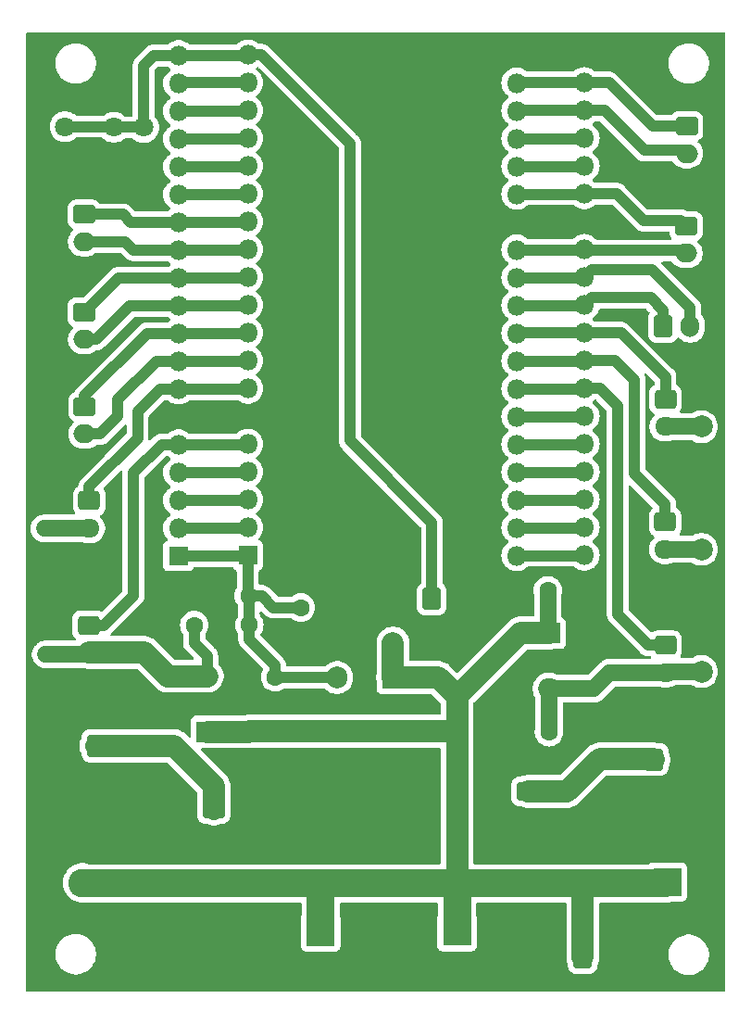
<source format=gbr>
%TF.GenerationSoftware,KiCad,Pcbnew,8.0.1*%
%TF.CreationDate,2025-03-07T14:58:40+02:00*%
%TF.ProjectId,robosoccer 3,726f626f-736f-4636-9365-7220332e6b69,rev?*%
%TF.SameCoordinates,Original*%
%TF.FileFunction,Copper,L2,Bot*%
%TF.FilePolarity,Positive*%
%FSLAX46Y46*%
G04 Gerber Fmt 4.6, Leading zero omitted, Abs format (unit mm)*
G04 Created by KiCad (PCBNEW 8.0.1) date 2025-03-07 14:58:40*
%MOMM*%
%LPD*%
G01*
G04 APERTURE LIST*
G04 Aperture macros list*
%AMRoundRect*
0 Rectangle with rounded corners*
0 $1 Rounding radius*
0 $2 $3 $4 $5 $6 $7 $8 $9 X,Y pos of 4 corners*
0 Add a 4 corners polygon primitive as box body*
4,1,4,$2,$3,$4,$5,$6,$7,$8,$9,$2,$3,0*
0 Add four circle primitives for the rounded corners*
1,1,$1+$1,$2,$3*
1,1,$1+$1,$4,$5*
1,1,$1+$1,$6,$7*
1,1,$1+$1,$8,$9*
0 Add four rect primitives between the rounded corners*
20,1,$1+$1,$2,$3,$4,$5,0*
20,1,$1+$1,$4,$5,$6,$7,0*
20,1,$1+$1,$6,$7,$8,$9,0*
20,1,$1+$1,$8,$9,$2,$3,0*%
G04 Aperture macros list end*
%TA.AperFunction,ComponentPad*%
%ADD10RoundRect,0.250000X-0.600000X-0.750000X0.600000X-0.750000X0.600000X0.750000X-0.600000X0.750000X0*%
%TD*%
%TA.AperFunction,ComponentPad*%
%ADD11O,1.700000X2.000000*%
%TD*%
%TA.AperFunction,ComponentPad*%
%ADD12RoundRect,0.250000X-0.750000X0.600000X-0.750000X-0.600000X0.750000X-0.600000X0.750000X0.600000X0*%
%TD*%
%TA.AperFunction,ComponentPad*%
%ADD13O,2.000000X1.700000*%
%TD*%
%TA.AperFunction,ComponentPad*%
%ADD14RoundRect,0.250000X0.600000X0.750000X-0.600000X0.750000X-0.600000X-0.750000X0.600000X-0.750000X0*%
%TD*%
%TA.AperFunction,ComponentPad*%
%ADD15R,2.600000X2.600000*%
%TD*%
%TA.AperFunction,ComponentPad*%
%ADD16C,2.600000*%
%TD*%
%TA.AperFunction,ComponentPad*%
%ADD17C,1.600000*%
%TD*%
%TA.AperFunction,ComponentPad*%
%ADD18C,1.800000*%
%TD*%
%TA.AperFunction,ComponentPad*%
%ADD19R,1.800000X1.800000*%
%TD*%
%TA.AperFunction,ComponentPad*%
%ADD20O,1.800000X1.800000*%
%TD*%
%TA.AperFunction,ComponentPad*%
%ADD21R,1.800000X1.700000*%
%TD*%
%TA.AperFunction,ComponentPad*%
%ADD22RoundRect,0.250000X-0.725000X0.600000X-0.725000X-0.600000X0.725000X-0.600000X0.725000X0.600000X0*%
%TD*%
%TA.AperFunction,ComponentPad*%
%ADD23O,1.950000X1.700000*%
%TD*%
%TA.AperFunction,ComponentPad*%
%ADD24R,2.000000X1.905000*%
%TD*%
%TA.AperFunction,ComponentPad*%
%ADD25O,2.000000X1.905000*%
%TD*%
%TA.AperFunction,ComponentPad*%
%ADD26R,1.905000X2.000000*%
%TD*%
%TA.AperFunction,ComponentPad*%
%ADD27O,1.905000X2.000000*%
%TD*%
%TA.AperFunction,ViaPad*%
%ADD28C,2.000000*%
%TD*%
%TA.AperFunction,ViaPad*%
%ADD29C,1.400000*%
%TD*%
%TA.AperFunction,Conductor*%
%ADD30C,1.000000*%
%TD*%
%TA.AperFunction,Conductor*%
%ADD31C,2.000000*%
%TD*%
%TA.AperFunction,Conductor*%
%ADD32C,1.500000*%
%TD*%
%TA.AperFunction,Conductor*%
%ADD33C,2.500000*%
%TD*%
G04 APERTURE END LIST*
D10*
%TO.P,J26,1,Pin_1*%
%TO.N,GND*%
X99380000Y-150660000D03*
D11*
%TO.P,J26,2,Pin_2*%
X101880000Y-150660000D03*
%TD*%
%TO.P,J9,2,Pin_2*%
%TO.N,18*%
X132910000Y-107700000D03*
D10*
%TO.P,J9,1,Pin_1*%
%TO.N,5*%
X130410000Y-107700000D03*
%TD*%
D12*
%TO.P,J6,1,Pin_1*%
%TO.N,27*%
X77540000Y-115050000D03*
D13*
%TO.P,J6,2,Pin_2*%
%TO.N,14*%
X77540000Y-117550000D03*
%TD*%
D11*
%TO.P,J7,2,Pin_2*%
%TO.N,GND*%
X132080000Y-147290000D03*
D10*
%TO.P,J7,1,Pin_1*%
%TO.N,5v-d1*%
X129580000Y-147290000D03*
%TD*%
D11*
%TO.P,J4,2,Pin_2*%
%TO.N,GND*%
X76080000Y-146040000D03*
D14*
%TO.P,J4,1,Pin_1*%
%TO.N,5v-d2*%
X78580000Y-146040000D03*
%TD*%
D12*
%TO.P,J25,1,Pin_1*%
%TO.N,21*%
X132540000Y-98550000D03*
D13*
%TO.P,J25,2,Pin_2*%
%TO.N,19*%
X132540000Y-101050000D03*
%TD*%
D12*
%TO.P,J24,1,Pin_1*%
%TO.N,25*%
X77500000Y-106410000D03*
D13*
%TO.P,J24,2,Pin_2*%
%TO.N,26*%
X77500000Y-108910000D03*
%TD*%
D15*
%TO.P,J23,1,Pin_1*%
%TO.N,GND*%
X77340000Y-153550000D03*
D16*
%TO.P,J23,2,Pin_2*%
%TO.N,12v*%
X77340000Y-158550000D03*
%TD*%
D15*
%TO.P,J22,1,Pin_1*%
%TO.N,12v*%
X130800000Y-158490000D03*
D16*
%TO.P,J22,2,Pin_2*%
%TO.N,GND*%
X130800000Y-153490000D03*
%TD*%
D12*
%TO.P,J8,1,Pin_1*%
%TO.N,23*%
X132580000Y-89420000D03*
D13*
%TO.P,J8,2,Pin_2*%
%TO.N,22*%
X132580000Y-91920000D03*
%TD*%
D12*
%TO.P,J5,1,Pin_1*%
%TO.N,32*%
X77500000Y-97490000D03*
D13*
%TO.P,J5,2,Pin_2*%
%TO.N,33*%
X77500000Y-99990000D03*
%TD*%
D12*
%TO.P,J21,1,Pin_1*%
%TO.N,5v-d2*%
X89340000Y-151820000D03*
D13*
%TO.P,J21,2,Pin_2*%
%TO.N,GND*%
X89340000Y-154320000D03*
%TD*%
D17*
%TO.P,C7,1*%
%TO.N,12v*%
X105720000Y-136650000D03*
%TO.P,C7,2*%
%TO.N,GND*%
X103220000Y-136650000D03*
%TD*%
D18*
%TO.P,C9,1*%
%TO.N,3.3V*%
X82930000Y-89540000D03*
%TO.P,C9,2*%
%TO.N,GND*%
X82930000Y-92040000D03*
%TD*%
D17*
%TO.P,C1,1*%
%TO.N,12v*%
X92540000Y-144720000D03*
%TO.P,C1,2*%
%TO.N,GND*%
X92540000Y-142220000D03*
%TD*%
D10*
%TO.P,J16,1,Pin_1*%
%TO.N,3.3V*%
X109270000Y-132620000D03*
D11*
%TO.P,J16,2,Pin_2*%
%TO.N,GND*%
X111770000Y-132620000D03*
%TD*%
D19*
%TO.P,J14,1,Pin_1*%
%TO.N,5v-ESP*%
X86120000Y-128680000D03*
D20*
%TO.P,J14,2,Pin_2*%
%TO.N,CMD*%
X86120000Y-126140000D03*
%TO.P,J14,3,Pin_3*%
%TO.N,SD3*%
X86120000Y-123600000D03*
%TO.P,J14,4,Pin_4*%
%TO.N,SD2*%
X86120000Y-121060000D03*
%TO.P,J14,5,Pin_5*%
%TO.N,13*%
X86120000Y-118520000D03*
%TO.P,J14,6,Pin_6*%
%TO.N,GND*%
X86120000Y-115980000D03*
%TO.P,J14,7,Pin_7*%
%TO.N,12*%
X86120000Y-113440000D03*
%TO.P,J14,8,Pin_8*%
%TO.N,14*%
X86120000Y-110900000D03*
%TO.P,J14,9,Pin_9*%
%TO.N,27*%
X86120000Y-108360000D03*
%TO.P,J14,10,Pin_10*%
%TO.N,26*%
X86120000Y-105820000D03*
%TO.P,J14,11,Pin_11*%
%TO.N,25*%
X86120000Y-103280000D03*
%TO.P,J14,12,Pin_12*%
%TO.N,33*%
X86120000Y-100740000D03*
%TO.P,J14,13,Pin_13*%
%TO.N,32*%
X86120000Y-98200000D03*
%TO.P,J14,14,Pin_14*%
%TO.N,35*%
X86120000Y-95660000D03*
%TO.P,J14,15,Pin_15*%
%TO.N,34*%
X86120000Y-93120000D03*
%TO.P,J14,16,Pin_16*%
%TO.N,39*%
X86120000Y-90580000D03*
%TO.P,J14,17,Pin_17*%
%TO.N,36*%
X86120000Y-88040000D03*
%TO.P,J14,18,Pin_18*%
%TO.N,EN*%
X86120000Y-85500000D03*
%TO.P,J14,19,Pin_19*%
%TO.N,3.3V*%
X86120000Y-82960000D03*
%TD*%
D21*
%TO.P,J1,1,Pin_1*%
%TO.N,GND*%
X117040000Y-82940000D03*
D20*
%TO.P,J1,2,Pin_2*%
%TO.N,23*%
X117040000Y-85480000D03*
%TO.P,J1,3,Pin_3*%
%TO.N,22*%
X117040000Y-88020000D03*
%TO.P,J1,4,Pin_4*%
%TO.N,TX*%
X117040000Y-90560000D03*
%TO.P,J1,5,Pin_5*%
%TO.N,RX*%
X117040000Y-93100000D03*
%TO.P,J1,6,Pin_6*%
%TO.N,21*%
X117040000Y-95640000D03*
%TO.P,J1,7,Pin_7*%
%TO.N,GND*%
X117040000Y-98180000D03*
%TO.P,J1,8,Pin_8*%
%TO.N,19*%
X117040000Y-100720000D03*
%TO.P,J1,9,Pin_9*%
%TO.N,18*%
X117040000Y-103260000D03*
%TO.P,J1,10,Pin_10*%
%TO.N,5*%
X117040000Y-105800000D03*
%TO.P,J1,11,Pin_11*%
%TO.N,17*%
X117040000Y-108340000D03*
%TO.P,J1,12,Pin_12*%
%TO.N,16*%
X117040000Y-110880000D03*
%TO.P,J1,13,Pin_13*%
%TO.N,4*%
X117040000Y-113420000D03*
%TO.P,J1,14,Pin_14*%
%TO.N,0*%
X117040000Y-115960000D03*
%TO.P,J1,15,Pin_15*%
%TO.N,2*%
X117040000Y-118500000D03*
%TO.P,J1,16,Pin_16*%
%TO.N,15*%
X117040000Y-121040000D03*
%TO.P,J1,17,Pin_17*%
%TO.N,SD1*%
X117040000Y-123580000D03*
%TO.P,J1,18,Pin_18*%
%TO.N,SD0*%
X117040000Y-126120000D03*
%TO.P,J1,19,Pin_19*%
%TO.N,CLK*%
X117040000Y-128660000D03*
%TD*%
D22*
%TO.P,J19,1,Pin_1*%
%TO.N,12*%
X77940000Y-123660000D03*
D23*
%TO.P,J19,2,Pin_2*%
%TO.N,5v-3 4*%
X77940000Y-126160000D03*
%TO.P,J19,3,Pin_3*%
%TO.N,GND*%
X77940000Y-128660000D03*
%TD*%
D17*
%TO.P,C2,1*%
%TO.N,5v-3 4*%
X87550000Y-135020000D03*
%TO.P,C2,2*%
%TO.N,GND*%
X85050000Y-135020000D03*
%TD*%
D24*
%TO.P,U3,1,IN*%
%TO.N,12v*%
X88750000Y-144750000D03*
D25*
%TO.P,U3,2,GND*%
%TO.N,GND*%
X88750000Y-142210000D03*
%TO.P,U3,3,OUT*%
%TO.N,5v-3 4*%
X88750000Y-139670000D03*
%TD*%
D22*
%TO.P,J12,1,Pin_1*%
%TO.N,13*%
X77900000Y-135020000D03*
D23*
%TO.P,J12,2,Pin_2*%
%TO.N,5v-3 4*%
X77900000Y-137520000D03*
%TO.P,J12,3,Pin_3*%
%TO.N,GND*%
X77900000Y-140020000D03*
%TD*%
D17*
%TO.P,C12,1*%
%TO.N,5v-ESP*%
X92590000Y-134990000D03*
%TO.P,C12,2*%
%TO.N,GND*%
X90090000Y-134990000D03*
%TD*%
%TO.P,C13,1*%
%TO.N,5v-ESP*%
X92540000Y-132340000D03*
%TO.P,C13,2*%
%TO.N,GND*%
X90040000Y-132340000D03*
%TD*%
D26*
%TO.P,U2,1,IN*%
%TO.N,12v*%
X105680000Y-139800000D03*
D27*
%TO.P,U2,2,GND*%
%TO.N,GND*%
X103140000Y-139800000D03*
%TO.P,U2,3,OUT*%
%TO.N,5v-ESP*%
X100600000Y-139800000D03*
%TD*%
D24*
%TO.P,U1,1,IN*%
%TO.N,12v*%
X119990000Y-135740000D03*
D25*
%TO.P,U1,2,GND*%
%TO.N,GND*%
X119990000Y-138280000D03*
%TO.P,U1,3,OUT*%
%TO.N,5v-1 2 5*%
X119990000Y-140820000D03*
%TD*%
D17*
%TO.P,C5,1*%
%TO.N,12v*%
X119890000Y-131830000D03*
%TO.P,C5,2*%
%TO.N,GND*%
X122390000Y-131830000D03*
%TD*%
%TO.P,C6,1*%
%TO.N,5v-1 2 5*%
X119990000Y-144800000D03*
%TO.P,C6,2*%
%TO.N,GND*%
X117490000Y-144800000D03*
%TD*%
D22*
%TO.P,J10,1,Pin_1*%
%TO.N,16*%
X130600000Y-125580000D03*
D23*
%TO.P,J10,2,Pin_2*%
%TO.N,5v-1 2 5*%
X130600000Y-128080000D03*
%TO.P,J10,3,Pin_3*%
%TO.N,GND*%
X130600000Y-130580000D03*
%TD*%
D12*
%TO.P,J15,1,Pin_1*%
%TO.N,5v-d1*%
X118050000Y-150190000D03*
D13*
%TO.P,J15,2,Pin_2*%
%TO.N,GND*%
X118050000Y-152690000D03*
%TD*%
D17*
%TO.P,C11,1*%
%TO.N,5v-ESP*%
X97310000Y-133410000D03*
%TO.P,C11,2*%
%TO.N,GND*%
X97310000Y-135910000D03*
%TD*%
D18*
%TO.P,C4,1*%
%TO.N,3.3V*%
X80200000Y-89530000D03*
%TO.P,C4,2*%
%TO.N,GND*%
X80200000Y-92030000D03*
%TD*%
D19*
%TO.P,J13,1,Pin_1*%
%TO.N,GND*%
X123220000Y-82900000D03*
D20*
%TO.P,J13,2,Pin_2*%
%TO.N,23*%
X123220000Y-85440000D03*
%TO.P,J13,3,Pin_3*%
%TO.N,22*%
X123220000Y-87980000D03*
%TO.P,J13,4,Pin_4*%
%TO.N,TX*%
X123220000Y-90520000D03*
%TO.P,J13,5,Pin_5*%
%TO.N,RX*%
X123220000Y-93060000D03*
%TO.P,J13,6,Pin_6*%
%TO.N,21*%
X123220000Y-95600000D03*
%TO.P,J13,7,Pin_7*%
%TO.N,GND*%
X123220000Y-98140000D03*
%TO.P,J13,8,Pin_8*%
%TO.N,19*%
X123220000Y-100680000D03*
%TO.P,J13,9,Pin_9*%
%TO.N,18*%
X123220000Y-103220000D03*
%TO.P,J13,10,Pin_10*%
%TO.N,5*%
X123220000Y-105760000D03*
%TO.P,J13,11,Pin_11*%
%TO.N,17*%
X123220000Y-108300000D03*
%TO.P,J13,12,Pin_12*%
%TO.N,16*%
X123220000Y-110840000D03*
%TO.P,J13,13,Pin_13*%
%TO.N,4*%
X123220000Y-113380000D03*
%TO.P,J13,14,Pin_14*%
%TO.N,0*%
X123220000Y-115920000D03*
%TO.P,J13,15,Pin_15*%
%TO.N,2*%
X123220000Y-118460000D03*
%TO.P,J13,16,Pin_16*%
%TO.N,15*%
X123220000Y-121000000D03*
%TO.P,J13,17,Pin_17*%
%TO.N,SD1*%
X123220000Y-123540000D03*
%TO.P,J13,18,Pin_18*%
%TO.N,SD0*%
X123220000Y-126080000D03*
%TO.P,J13,19,Pin_19*%
%TO.N,CLK*%
X123220000Y-128620000D03*
%TD*%
D17*
%TO.P,C8,1*%
%TO.N,5v-ESP*%
X94960000Y-139770000D03*
%TO.P,C8,2*%
%TO.N,GND*%
X92460000Y-139770000D03*
%TD*%
D22*
%TO.P,J20,1,Pin_1*%
%TO.N,17*%
X130640000Y-114380000D03*
D23*
%TO.P,J20,2,Pin_2*%
%TO.N,5v-1 2 5*%
X130640000Y-116880000D03*
%TO.P,J20,3,Pin_3*%
%TO.N,GND*%
X130640000Y-119380000D03*
%TD*%
D15*
%TO.P,J3,1,Pin_1*%
%TO.N,12v*%
X111580000Y-163015000D03*
D16*
%TO.P,J3,2,Pin_2*%
%TO.N,GND*%
X116580000Y-163015000D03*
%TD*%
D15*
%TO.P,J18,1,Pin_1*%
%TO.N,12v*%
X99110000Y-163055000D03*
D16*
%TO.P,J18,2,Pin_2*%
%TO.N,GND*%
X104110000Y-163055000D03*
%TD*%
D19*
%TO.P,J2,1,Pin_1*%
%TO.N,5v-ESP*%
X92450000Y-128630000D03*
D20*
%TO.P,J2,2,Pin_2*%
%TO.N,CMD*%
X92450000Y-126090000D03*
%TO.P,J2,3,Pin_3*%
%TO.N,SD3*%
X92450000Y-123550000D03*
%TO.P,J2,4,Pin_4*%
%TO.N,SD2*%
X92450000Y-121010000D03*
%TO.P,J2,5,Pin_5*%
%TO.N,13*%
X92450000Y-118470000D03*
%TO.P,J2,6,Pin_6*%
%TO.N,GND*%
X92450000Y-115930000D03*
%TO.P,J2,7,Pin_7*%
%TO.N,12*%
X92450000Y-113390000D03*
%TO.P,J2,8,Pin_8*%
%TO.N,14*%
X92450000Y-110850000D03*
%TO.P,J2,9,Pin_9*%
%TO.N,27*%
X92450000Y-108310000D03*
%TO.P,J2,10,Pin_10*%
%TO.N,26*%
X92450000Y-105770000D03*
%TO.P,J2,11,Pin_11*%
%TO.N,25*%
X92450000Y-103230000D03*
%TO.P,J2,12,Pin_12*%
%TO.N,33*%
X92450000Y-100690000D03*
%TO.P,J2,13,Pin_13*%
%TO.N,32*%
X92450000Y-98150000D03*
%TO.P,J2,14,Pin_14*%
%TO.N,35*%
X92450000Y-95610000D03*
%TO.P,J2,15,Pin_15*%
%TO.N,34*%
X92450000Y-93070000D03*
%TO.P,J2,16,Pin_16*%
%TO.N,39*%
X92450000Y-90530000D03*
%TO.P,J2,17,Pin_17*%
%TO.N,36*%
X92450000Y-87990000D03*
%TO.P,J2,18,Pin_18*%
%TO.N,EN*%
X92450000Y-85450000D03*
%TO.P,J2,19,Pin_19*%
%TO.N,3.3V*%
X92450000Y-82910000D03*
%TD*%
D10*
%TO.P,J17,1,Pin_1*%
%TO.N,12v*%
X123080000Y-165370000D03*
D11*
%TO.P,J17,2,Pin_2*%
%TO.N,GND*%
X125580000Y-165370000D03*
%TD*%
D22*
%TO.P,J11,1,Pin_1*%
%TO.N,4*%
X130640000Y-136860000D03*
D23*
%TO.P,J11,2,Pin_2*%
%TO.N,5v-1 2 5*%
X130640000Y-139360000D03*
%TO.P,J11,3,Pin_3*%
%TO.N,GND*%
X130640000Y-141860000D03*
%TD*%
D18*
%TO.P,C10,1*%
%TO.N,3.3V*%
X75750000Y-89470000D03*
%TO.P,C10,2*%
%TO.N,GND*%
X75750000Y-91970000D03*
%TD*%
D28*
%TO.N,5v-1 2 5*%
X133940000Y-128090000D03*
X133940000Y-139260000D03*
X133940000Y-116890000D03*
D29*
%TO.N,5v-3 4*%
X73960000Y-137690000D03*
X73840000Y-126180000D03*
%TD*%
D30*
%TO.N,26*%
X78570000Y-108910000D02*
X77500000Y-108910000D01*
X81660000Y-105820000D02*
X78570000Y-108910000D01*
X86120000Y-105820000D02*
X81660000Y-105820000D01*
X92190000Y-105820000D02*
X92160000Y-105790000D01*
X86120000Y-105820000D02*
X92190000Y-105820000D01*
D31*
%TO.N,12v*%
X92540000Y-144720000D02*
X111580000Y-144720000D01*
X92510000Y-144750000D02*
X92540000Y-144720000D01*
X88750000Y-144750000D02*
X92510000Y-144750000D01*
D32*
%TO.N,5v-1 2 5*%
X130600000Y-128080000D02*
X133930000Y-128080000D01*
X133930000Y-128080000D02*
X133940000Y-128090000D01*
X130740000Y-139260000D02*
X130640000Y-139360000D01*
X133940000Y-139260000D02*
X130740000Y-139260000D01*
X133930000Y-116880000D02*
X133940000Y-116890000D01*
X130640000Y-116880000D02*
X133930000Y-116880000D01*
D30*
%TO.N,18*%
X123910000Y-102530000D02*
X123220000Y-103220000D01*
X132910000Y-106039570D02*
X129400430Y-102530000D01*
X132910000Y-107700000D02*
X132910000Y-106039570D01*
X129400430Y-102530000D02*
X123910000Y-102530000D01*
%TO.N,5*%
X123870000Y-105110000D02*
X123220000Y-105760000D01*
X130410000Y-106240000D02*
X129280000Y-105110000D01*
X130410000Y-107700000D02*
X130410000Y-106240000D01*
X129280000Y-105110000D02*
X123870000Y-105110000D01*
%TO.N,23*%
X125490000Y-85440000D02*
X123220000Y-85440000D01*
X130410000Y-89400000D02*
X129450000Y-89400000D01*
X130430000Y-89420000D02*
X130410000Y-89400000D01*
X129450000Y-89400000D02*
X125490000Y-85440000D01*
X132580000Y-89420000D02*
X130430000Y-89420000D01*
%TO.N,17*%
X126590000Y-108300000D02*
X123220000Y-108300000D01*
X130640000Y-112350000D02*
X126590000Y-108300000D01*
X130640000Y-114380000D02*
X130640000Y-112350000D01*
%TO.N,16*%
X126030000Y-110840000D02*
X123220000Y-110840000D01*
X127820000Y-112630000D02*
X126030000Y-110840000D01*
X127820000Y-121180000D02*
X127820000Y-112630000D01*
X130600000Y-125580000D02*
X130600000Y-123960000D01*
X130600000Y-123960000D02*
X127820000Y-121180000D01*
%TO.N,4*%
X124660000Y-113380000D02*
X123220000Y-113380000D01*
X126270000Y-114990000D02*
X124660000Y-113380000D01*
X129090000Y-136860000D02*
X126270000Y-134040000D01*
X130640000Y-136860000D02*
X129090000Y-136860000D01*
X126270000Y-134040000D02*
X126270000Y-114990000D01*
D32*
%TO.N,5v-1 2 5*%
X125520000Y-139360000D02*
X130640000Y-139360000D01*
X124060000Y-140820000D02*
X125520000Y-139360000D01*
X119990000Y-140820000D02*
X124060000Y-140820000D01*
D31*
%TO.N,5v-d1*%
X124620000Y-147240000D02*
X129530000Y-147240000D01*
X121650000Y-150210000D02*
X124620000Y-147240000D01*
X129530000Y-147240000D02*
X129580000Y-147290000D01*
X118050000Y-150190000D02*
X118070000Y-150210000D01*
X118070000Y-150210000D02*
X121650000Y-150210000D01*
D33*
%TO.N,12v*%
X130680000Y-158610000D02*
X111520000Y-158610000D01*
X130800000Y-158490000D02*
X130680000Y-158610000D01*
D31*
X123080000Y-158730000D02*
X123080000Y-165370000D01*
X123200000Y-158610000D02*
X123080000Y-158730000D01*
D30*
%TO.N,14*%
X78950000Y-117550000D02*
X77540000Y-117550000D01*
X80570000Y-114430000D02*
X80570000Y-115930000D01*
X84100000Y-110900000D02*
X80570000Y-114430000D01*
X86120000Y-110900000D02*
X84100000Y-110900000D01*
X80570000Y-115930000D02*
X78950000Y-117550000D01*
%TO.N,27*%
X77540000Y-114060000D02*
X77540000Y-115050000D01*
X83240000Y-108360000D02*
X77540000Y-114060000D01*
X86120000Y-108360000D02*
X83240000Y-108360000D01*
D32*
%TO.N,5v-3 4*%
X77730000Y-137690000D02*
X77900000Y-137520000D01*
X73960000Y-137690000D02*
X77730000Y-137690000D01*
X73860000Y-126160000D02*
X73840000Y-126180000D01*
X77940000Y-126160000D02*
X73860000Y-126160000D01*
D30*
%TO.N,12*%
X84440000Y-113440000D02*
X86120000Y-113440000D01*
X82380000Y-117930000D02*
X82380000Y-115500000D01*
X77940000Y-123660000D02*
X77940000Y-122370000D01*
X77940000Y-122370000D02*
X82380000Y-117930000D01*
X82380000Y-115500000D02*
X84440000Y-113440000D01*
D31*
%TO.N,5v-3 4*%
X82970000Y-137520000D02*
X77900000Y-137520000D01*
X85120000Y-139670000D02*
X82970000Y-137520000D01*
D30*
%TO.N,13*%
X84580000Y-118520000D02*
X86120000Y-118520000D01*
X82000000Y-132320000D02*
X82000000Y-121100000D01*
X79300000Y-135020000D02*
X82000000Y-132320000D01*
X82000000Y-121100000D02*
X84580000Y-118520000D01*
X77900000Y-135020000D02*
X79300000Y-135020000D01*
D31*
%TO.N,5v-3 4*%
X85120000Y-139670000D02*
X88750000Y-139670000D01*
D30*
%TO.N,19*%
X132290000Y-100800000D02*
X132540000Y-101050000D01*
X123340000Y-100800000D02*
X132290000Y-100800000D01*
X123220000Y-100680000D02*
X123340000Y-100800000D01*
%TO.N,21*%
X126180000Y-95600000D02*
X123220000Y-95600000D01*
X132030000Y-98040000D02*
X128620000Y-98040000D01*
X128620000Y-98040000D02*
X126180000Y-95600000D01*
X132540000Y-98550000D02*
X132030000Y-98040000D01*
%TO.N,22*%
X132290000Y-91630000D02*
X132580000Y-91920000D01*
X125050000Y-87980000D02*
X128700000Y-91630000D01*
X123220000Y-87980000D02*
X125050000Y-87980000D01*
X128700000Y-91630000D02*
X132290000Y-91630000D01*
%TO.N,25*%
X80630000Y-103280000D02*
X86120000Y-103280000D01*
X77500000Y-106410000D02*
X80630000Y-103280000D01*
%TO.N,33*%
X81230000Y-99990000D02*
X77500000Y-99990000D01*
X81980000Y-100740000D02*
X81230000Y-99990000D01*
X86120000Y-100740000D02*
X81980000Y-100740000D01*
%TO.N,32*%
X81730000Y-98200000D02*
X81020000Y-97490000D01*
X86120000Y-98200000D02*
X81730000Y-98200000D01*
X81020000Y-97490000D02*
X77500000Y-97490000D01*
D33*
%TO.N,12v*%
X77400000Y-158610000D02*
X77340000Y-158550000D01*
X99200000Y-158610000D02*
X77400000Y-158610000D01*
D31*
%TO.N,5v-d2*%
X89340000Y-149670000D02*
X89340000Y-151820000D01*
X85710000Y-146040000D02*
X89340000Y-149670000D01*
X78580000Y-146040000D02*
X85710000Y-146040000D01*
D30*
%TO.N,GND*%
X92430000Y-115950000D02*
X86150000Y-115950000D01*
X117260000Y-82950000D02*
X123170000Y-82950000D01*
X92450000Y-115930000D02*
X92430000Y-115950000D01*
X123170000Y-98190000D02*
X123220000Y-98140000D01*
X123170000Y-82950000D02*
X123220000Y-82900000D01*
X117040000Y-98180000D02*
X117050000Y-98190000D01*
X117050000Y-98190000D02*
X123170000Y-98190000D01*
X86150000Y-115950000D02*
X86120000Y-115980000D01*
D31*
%TO.N,12v*%
X111580000Y-144720000D02*
X111580000Y-159970000D01*
X109870000Y-139800000D02*
X111580000Y-141510000D01*
X117350000Y-135740000D02*
X119990000Y-135740000D01*
X105720000Y-136650000D02*
X105720000Y-139760000D01*
D33*
X111580000Y-159970000D02*
X111580000Y-158670000D01*
D32*
X119890000Y-131830000D02*
X119890000Y-135640000D01*
D31*
X111580000Y-141510000D02*
X117350000Y-135740000D01*
D33*
X99110000Y-158700000D02*
X99200000Y-158610000D01*
D32*
X119890000Y-135640000D02*
X119990000Y-135740000D01*
D33*
X111580000Y-163015000D02*
X111580000Y-159970000D01*
D31*
X105720000Y-139760000D02*
X105680000Y-139800000D01*
D33*
X111520000Y-158610000D02*
X99200000Y-158610000D01*
D31*
X111580000Y-141510000D02*
X111580000Y-144720000D01*
D30*
X119800000Y-135550000D02*
X119990000Y-135740000D01*
D31*
X105680000Y-139800000D02*
X109870000Y-139800000D01*
D33*
X111580000Y-158670000D02*
X111520000Y-158610000D01*
X99110000Y-163055000D02*
X99110000Y-158700000D01*
D30*
%TO.N,3.3V*%
X93700000Y-82910000D02*
X101790000Y-91000000D01*
X92450000Y-82910000D02*
X93700000Y-82910000D01*
X101790000Y-91000000D02*
X101790000Y-118160000D01*
X86120000Y-82960000D02*
X83870000Y-82960000D01*
X83870000Y-82960000D02*
X82930000Y-83900000D01*
X82930000Y-83900000D02*
X82930000Y-89540000D01*
X92400000Y-82960000D02*
X92450000Y-82910000D01*
X80140000Y-89470000D02*
X75750000Y-89470000D01*
X86120000Y-82960000D02*
X92400000Y-82960000D01*
X109290000Y-132600000D02*
X109270000Y-132620000D01*
X82930000Y-89540000D02*
X80210000Y-89540000D01*
X80200000Y-89530000D02*
X80140000Y-89470000D01*
X109290000Y-125660000D02*
X109290000Y-132600000D01*
X101790000Y-118160000D02*
X109290000Y-125660000D01*
X80210000Y-89540000D02*
X80200000Y-89530000D01*
%TO.N,18*%
X117040000Y-103260000D02*
X117050000Y-103270000D01*
X117050000Y-103270000D02*
X123170000Y-103270000D01*
X123170000Y-103270000D02*
X123220000Y-103220000D01*
%TO.N,2*%
X123170000Y-118510000D02*
X123220000Y-118460000D01*
X117040000Y-118500000D02*
X117050000Y-118510000D01*
X117050000Y-118510000D02*
X123170000Y-118510000D01*
%TO.N,RX*%
X117050000Y-93110000D02*
X123170000Y-93110000D01*
X117040000Y-93100000D02*
X117050000Y-93110000D01*
X123170000Y-93110000D02*
X123220000Y-93060000D01*
%TO.N,21*%
X117040000Y-95640000D02*
X117050000Y-95650000D01*
X123170000Y-95650000D02*
X123220000Y-95600000D01*
X117050000Y-95650000D02*
X123170000Y-95650000D01*
%TO.N,TX*%
X117050000Y-90570000D02*
X123170000Y-90570000D01*
X123170000Y-90570000D02*
X123220000Y-90520000D01*
X117040000Y-90560000D02*
X117050000Y-90570000D01*
%TO.N,SD1*%
X117260000Y-123590000D02*
X123170000Y-123590000D01*
X123170000Y-123590000D02*
X123220000Y-123540000D01*
%TO.N,0*%
X117050000Y-115970000D02*
X123170000Y-115970000D01*
X117040000Y-115960000D02*
X117050000Y-115970000D01*
X123170000Y-115970000D02*
X123220000Y-115920000D01*
%TO.N,SD0*%
X117040000Y-126120000D02*
X117050000Y-126130000D01*
X123170000Y-126130000D02*
X123220000Y-126080000D01*
X117050000Y-126130000D02*
X123170000Y-126130000D01*
%TO.N,22*%
X117080000Y-87980000D02*
X117040000Y-88020000D01*
X117040000Y-88020000D02*
X117050000Y-88030000D01*
X117050000Y-88030000D02*
X117260000Y-88030000D01*
X123220000Y-87980000D02*
X117080000Y-87980000D01*
%TO.N,4*%
X123170000Y-113430000D02*
X123220000Y-113380000D01*
X117050000Y-113430000D02*
X123170000Y-113430000D01*
X117040000Y-113420000D02*
X117050000Y-113430000D01*
%TO.N,15*%
X123170000Y-121050000D02*
X123220000Y-121000000D01*
X117040000Y-121040000D02*
X117050000Y-121050000D01*
X117050000Y-121050000D02*
X123170000Y-121050000D01*
%TO.N,5*%
X117040000Y-105800000D02*
X117050000Y-105810000D01*
X117050000Y-105810000D02*
X123170000Y-105810000D01*
X123170000Y-105810000D02*
X123220000Y-105760000D01*
%TO.N,17*%
X117040000Y-108340000D02*
X117050000Y-108350000D01*
X117050000Y-108350000D02*
X117260000Y-108350000D01*
X123220000Y-108300000D02*
X117080000Y-108300000D01*
X117080000Y-108300000D02*
X117040000Y-108340000D01*
%TO.N,CLK*%
X117040000Y-128660000D02*
X117050000Y-128670000D01*
X123170000Y-128670000D02*
X123220000Y-128620000D01*
X117050000Y-128670000D02*
X123170000Y-128670000D01*
%TO.N,19*%
X117040000Y-100720000D02*
X117050000Y-100730000D01*
X123170000Y-100730000D02*
X123220000Y-100680000D01*
X117050000Y-100730000D02*
X123170000Y-100730000D01*
%TO.N,16*%
X123170000Y-110890000D02*
X123220000Y-110840000D01*
X117050000Y-110890000D02*
X123170000Y-110890000D01*
X117040000Y-110880000D02*
X117050000Y-110890000D01*
%TO.N,14*%
X92190000Y-110900000D02*
X92160000Y-110870000D01*
X86120000Y-110900000D02*
X92190000Y-110900000D01*
%TO.N,SD2*%
X92190000Y-121060000D02*
X92160000Y-121030000D01*
X86120000Y-121060000D02*
X92190000Y-121060000D01*
%TO.N,33*%
X86120000Y-100740000D02*
X92190000Y-100740000D01*
X92190000Y-100740000D02*
X92160000Y-100710000D01*
%TO.N,32*%
X86120000Y-98200000D02*
X92190000Y-98200000D01*
X92190000Y-98200000D02*
X92160000Y-98170000D01*
%TO.N,CMD*%
X86120000Y-126140000D02*
X92190000Y-126140000D01*
X92190000Y-126140000D02*
X92160000Y-126110000D01*
%TO.N,25*%
X86120000Y-103280000D02*
X92190000Y-103280000D01*
X92190000Y-103280000D02*
X92160000Y-103250000D01*
%TO.N,13*%
X86120000Y-118520000D02*
X92190000Y-118520000D01*
X92190000Y-118520000D02*
X92160000Y-118490000D01*
%TO.N,27*%
X92190000Y-108360000D02*
X92160000Y-108330000D01*
X86120000Y-108360000D02*
X92190000Y-108360000D01*
%TO.N,35*%
X86120000Y-95660000D02*
X92190000Y-95660000D01*
X92190000Y-95660000D02*
X92160000Y-95630000D01*
%TO.N,39*%
X92190000Y-90580000D02*
X92160000Y-90550000D01*
X86120000Y-90580000D02*
X92190000Y-90580000D01*
%TO.N,EN*%
X92450000Y-85450000D02*
X92430000Y-85470000D01*
X92430000Y-85470000D02*
X86150000Y-85470000D01*
X86150000Y-85470000D02*
X86120000Y-85500000D01*
%TO.N,34*%
X92190000Y-93120000D02*
X92160000Y-93090000D01*
X86120000Y-93120000D02*
X92190000Y-93120000D01*
%TO.N,12*%
X86120000Y-113440000D02*
X92190000Y-113440000D01*
X92190000Y-113440000D02*
X92160000Y-113410000D01*
%TO.N,36*%
X86120000Y-88040000D02*
X92190000Y-88040000D01*
X92190000Y-88040000D02*
X92160000Y-88010000D01*
%TO.N,SD3*%
X92190000Y-123600000D02*
X92160000Y-123570000D01*
X86120000Y-123600000D02*
X92190000Y-123600000D01*
%TO.N,23*%
X117040000Y-85480000D02*
X117050000Y-85490000D01*
X123220000Y-85440000D02*
X117080000Y-85440000D01*
X117080000Y-85440000D02*
X117040000Y-85480000D01*
X117050000Y-85490000D02*
X117260000Y-85490000D01*
%TO.N,5v-ESP*%
X92560000Y-132360000D02*
X92540000Y-132340000D01*
X93720000Y-132340000D02*
X94790000Y-133410000D01*
X86120000Y-128680000D02*
X92400000Y-128680000D01*
X92190000Y-128680000D02*
X92160000Y-128650000D01*
X94790000Y-133410000D02*
X97310000Y-133410000D01*
X92590000Y-136340000D02*
X92590000Y-134990000D01*
X92450000Y-132250000D02*
X92540000Y-132340000D01*
X94990000Y-139800000D02*
X94960000Y-139770000D01*
X94960000Y-139770000D02*
X94960000Y-138710000D01*
X100600000Y-139800000D02*
X94990000Y-139800000D01*
X92540000Y-132340000D02*
X92540000Y-134940000D01*
X92400000Y-128680000D02*
X92450000Y-128630000D01*
X92540000Y-132340000D02*
X93720000Y-132340000D01*
X100540000Y-139860000D02*
X100600000Y-139800000D01*
X92540000Y-134940000D02*
X92590000Y-134990000D01*
X92450000Y-128630000D02*
X92450000Y-132250000D01*
X94960000Y-138710000D02*
X92590000Y-136340000D01*
%TO.N,5v-3 4*%
X87550000Y-136640000D02*
X88750000Y-137840000D01*
X88750000Y-137840000D02*
X88750000Y-139670000D01*
X87550000Y-135020000D02*
X87550000Y-136640000D01*
D32*
%TO.N,5v-1 2 5*%
X119990000Y-140820000D02*
X119990000Y-144800000D01*
%TD*%
%TA.AperFunction,Conductor*%
%TO.N,GND*%
G36*
X136052539Y-80870185D02*
G01*
X136098294Y-80922989D01*
X136109500Y-80974500D01*
X136109500Y-168355500D01*
X136089815Y-168422539D01*
X136037011Y-168468294D01*
X135985500Y-168479500D01*
X72304500Y-168479500D01*
X72237461Y-168459815D01*
X72191706Y-168407011D01*
X72180500Y-168355500D01*
X72180500Y-165201288D01*
X74869500Y-165201288D01*
X74901161Y-165441785D01*
X74963947Y-165676104D01*
X74984658Y-165726104D01*
X75056776Y-165900212D01*
X75178064Y-166110289D01*
X75178066Y-166110292D01*
X75178067Y-166110293D01*
X75325733Y-166302736D01*
X75325739Y-166302743D01*
X75497256Y-166474260D01*
X75497262Y-166474265D01*
X75689711Y-166621936D01*
X75899788Y-166743224D01*
X76123900Y-166836054D01*
X76358211Y-166898838D01*
X76538586Y-166922584D01*
X76598711Y-166930500D01*
X76598712Y-166930500D01*
X76841289Y-166930500D01*
X76889388Y-166924167D01*
X77081789Y-166898838D01*
X77316100Y-166836054D01*
X77540212Y-166743224D01*
X77750289Y-166621936D01*
X77942738Y-166474265D01*
X78114265Y-166302738D01*
X78261936Y-166110289D01*
X78383224Y-165900212D01*
X78476054Y-165676100D01*
X78538838Y-165441789D01*
X78570500Y-165201288D01*
X78570500Y-164958712D01*
X78538838Y-164718211D01*
X78476054Y-164483900D01*
X78383224Y-164259788D01*
X78261936Y-164049711D01*
X78114265Y-163857262D01*
X78114260Y-163857256D01*
X77942743Y-163685739D01*
X77942736Y-163685733D01*
X77750293Y-163538067D01*
X77750292Y-163538066D01*
X77750289Y-163538064D01*
X77540212Y-163416776D01*
X77540205Y-163416773D01*
X77316104Y-163323947D01*
X77081785Y-163261161D01*
X76841289Y-163229500D01*
X76841288Y-163229500D01*
X76598712Y-163229500D01*
X76598711Y-163229500D01*
X76358214Y-163261161D01*
X76123895Y-163323947D01*
X75899794Y-163416773D01*
X75899785Y-163416777D01*
X75689706Y-163538067D01*
X75497263Y-163685733D01*
X75497256Y-163685739D01*
X75325739Y-163857256D01*
X75325733Y-163857263D01*
X75178067Y-164049706D01*
X75056777Y-164259785D01*
X75056773Y-164259794D01*
X74963947Y-164483895D01*
X74901161Y-164718214D01*
X74869500Y-164958711D01*
X74869500Y-165201288D01*
X72180500Y-165201288D01*
X72180500Y-158550004D01*
X75534451Y-158550004D01*
X75554616Y-158819101D01*
X75614664Y-159082188D01*
X75614666Y-159082195D01*
X75713257Y-159333398D01*
X75848185Y-159567102D01*
X75984080Y-159737509D01*
X76016442Y-159778089D01*
X76203183Y-159951358D01*
X76214259Y-159961635D01*
X76437226Y-160113651D01*
X76680359Y-160230738D01*
X76938228Y-160310280D01*
X77031655Y-160324361D01*
X77045265Y-160327200D01*
X77057761Y-160330549D01*
X77174711Y-160345944D01*
X77176899Y-160346253D01*
X77205071Y-160350500D01*
X77205087Y-160350500D01*
X77209703Y-160350847D01*
X77209687Y-160351057D01*
X77217366Y-160351561D01*
X77285265Y-160360500D01*
X77285266Y-160360500D01*
X97235500Y-160360500D01*
X97302539Y-160380185D01*
X97348294Y-160432989D01*
X97359500Y-160484500D01*
X97359500Y-161508271D01*
X97351682Y-161551604D01*
X97315908Y-161647517D01*
X97309501Y-161707116D01*
X97309501Y-161707123D01*
X97309500Y-161707135D01*
X97309500Y-164402870D01*
X97309501Y-164402876D01*
X97315908Y-164462483D01*
X97366202Y-164597328D01*
X97366206Y-164597335D01*
X97452452Y-164712544D01*
X97452455Y-164712547D01*
X97567664Y-164798793D01*
X97567671Y-164798797D01*
X97702517Y-164849091D01*
X97702516Y-164849091D01*
X97709444Y-164849835D01*
X97762127Y-164855500D01*
X100457872Y-164855499D01*
X100517483Y-164849091D01*
X100652331Y-164798796D01*
X100767546Y-164712546D01*
X100853796Y-164597331D01*
X100904091Y-164462483D01*
X100910500Y-164402873D01*
X100910499Y-161707128D01*
X100904091Y-161647517D01*
X100868318Y-161551604D01*
X100860500Y-161508271D01*
X100860500Y-160484500D01*
X100880185Y-160417461D01*
X100932989Y-160371706D01*
X100984500Y-160360500D01*
X109705500Y-160360500D01*
X109772539Y-160380185D01*
X109818294Y-160432989D01*
X109829500Y-160484500D01*
X109829500Y-161468271D01*
X109821682Y-161511604D01*
X109785908Y-161607517D01*
X109781608Y-161647516D01*
X109779501Y-161667123D01*
X109779500Y-161667135D01*
X109779500Y-164362870D01*
X109779501Y-164362876D01*
X109785908Y-164422483D01*
X109836202Y-164557328D01*
X109836206Y-164557335D01*
X109922452Y-164672544D01*
X109922455Y-164672547D01*
X110037664Y-164758793D01*
X110037671Y-164758797D01*
X110172517Y-164809091D01*
X110172516Y-164809091D01*
X110179444Y-164809835D01*
X110232127Y-164815500D01*
X112927872Y-164815499D01*
X112987483Y-164809091D01*
X113122331Y-164758796D01*
X113237546Y-164672546D01*
X113323796Y-164557331D01*
X113374091Y-164422483D01*
X113380500Y-164362873D01*
X113380499Y-161667128D01*
X113374091Y-161607517D01*
X113338318Y-161511604D01*
X113330500Y-161468271D01*
X113330500Y-160484500D01*
X113350185Y-160417461D01*
X113402989Y-160371706D01*
X113454500Y-160360500D01*
X121455500Y-160360500D01*
X121522539Y-160380185D01*
X121568294Y-160432989D01*
X121579500Y-160484500D01*
X121579500Y-165488097D01*
X121616447Y-165721369D01*
X121616447Y-165721372D01*
X121689430Y-165945988D01*
X121689430Y-165945989D01*
X121715985Y-165998106D01*
X121729500Y-166054399D01*
X121729500Y-166170000D01*
X121729501Y-166170019D01*
X121740000Y-166272796D01*
X121740001Y-166272799D01*
X121795185Y-166439331D01*
X121795186Y-166439334D01*
X121887288Y-166588656D01*
X122011344Y-166712712D01*
X122160666Y-166804814D01*
X122327203Y-166859999D01*
X122429991Y-166870500D01*
X122951905Y-166870499D01*
X122951919Y-166870500D01*
X122961908Y-166870500D01*
X123208082Y-166870500D01*
X123208094Y-166870499D01*
X123730002Y-166870499D01*
X123730008Y-166870499D01*
X123832797Y-166859999D01*
X123999334Y-166804814D01*
X124148656Y-166712712D01*
X124272712Y-166588656D01*
X124364814Y-166439334D01*
X124419999Y-166272797D01*
X124430500Y-166170009D01*
X124430499Y-166054399D01*
X124444014Y-165998105D01*
X124470568Y-165945992D01*
X124543553Y-165721368D01*
X124550723Y-165676100D01*
X124580500Y-165488097D01*
X124580500Y-165251288D01*
X130919500Y-165251288D01*
X130951161Y-165491785D01*
X131013947Y-165726104D01*
X131086062Y-165900205D01*
X131106776Y-165950212D01*
X131228064Y-166160289D01*
X131228066Y-166160292D01*
X131228067Y-166160293D01*
X131375733Y-166352736D01*
X131375739Y-166352743D01*
X131547256Y-166524260D01*
X131547262Y-166524265D01*
X131739711Y-166671936D01*
X131949788Y-166793224D01*
X132173900Y-166886054D01*
X132408211Y-166948838D01*
X132588586Y-166972584D01*
X132648711Y-166980500D01*
X132648712Y-166980500D01*
X132891289Y-166980500D01*
X132939388Y-166974167D01*
X133131789Y-166948838D01*
X133366100Y-166886054D01*
X133590212Y-166793224D01*
X133800289Y-166671936D01*
X133992738Y-166524265D01*
X134164265Y-166352738D01*
X134311936Y-166160289D01*
X134433224Y-165950212D01*
X134526054Y-165726100D01*
X134588838Y-165491789D01*
X134620500Y-165251288D01*
X134620500Y-165008712D01*
X134613917Y-164958712D01*
X134612584Y-164948586D01*
X134588838Y-164768211D01*
X134526054Y-164533900D01*
X134433224Y-164309788D01*
X134311936Y-164099711D01*
X134164265Y-163907262D01*
X134164260Y-163907256D01*
X133992743Y-163735739D01*
X133992736Y-163735733D01*
X133800293Y-163588067D01*
X133800292Y-163588066D01*
X133800289Y-163588064D01*
X133590212Y-163466776D01*
X133590205Y-163466773D01*
X133366104Y-163373947D01*
X133131785Y-163311161D01*
X132891289Y-163279500D01*
X132891288Y-163279500D01*
X132648712Y-163279500D01*
X132648711Y-163279500D01*
X132408214Y-163311161D01*
X132173895Y-163373947D01*
X131949794Y-163466773D01*
X131949785Y-163466777D01*
X131739706Y-163588067D01*
X131547263Y-163735733D01*
X131547256Y-163735739D01*
X131375739Y-163907256D01*
X131375733Y-163907263D01*
X131228067Y-164099706D01*
X131106777Y-164309785D01*
X131106773Y-164309794D01*
X131013947Y-164533895D01*
X130951161Y-164768214D01*
X130919500Y-165008711D01*
X130919500Y-165251288D01*
X124580500Y-165251288D01*
X124580500Y-160484500D01*
X124600185Y-160417461D01*
X124652989Y-160371706D01*
X124704500Y-160360500D01*
X130794727Y-160360500D01*
X130794734Y-160360500D01*
X131017605Y-160331158D01*
X131017605Y-160331163D01*
X131017625Y-160331155D01*
X131022239Y-160330548D01*
X131155935Y-160294723D01*
X131188029Y-160290499D01*
X132147871Y-160290499D01*
X132147872Y-160290499D01*
X132207483Y-160284091D01*
X132342331Y-160233796D01*
X132457546Y-160147546D01*
X132543796Y-160032331D01*
X132594091Y-159897483D01*
X132600500Y-159837873D01*
X132600499Y-157142128D01*
X132594091Y-157082517D01*
X132543796Y-156947669D01*
X132543795Y-156947668D01*
X132543793Y-156947664D01*
X132457547Y-156832455D01*
X132457544Y-156832452D01*
X132342335Y-156746206D01*
X132342328Y-156746202D01*
X132207482Y-156695908D01*
X132207483Y-156695908D01*
X132147883Y-156689501D01*
X132147881Y-156689500D01*
X132147873Y-156689500D01*
X132147864Y-156689500D01*
X129452129Y-156689500D01*
X129452123Y-156689501D01*
X129392516Y-156695908D01*
X129257671Y-156746202D01*
X129257664Y-156746206D01*
X129139365Y-156834766D01*
X129073901Y-156859184D01*
X129065054Y-156859500D01*
X113204500Y-156859500D01*
X113137461Y-156839815D01*
X113091706Y-156787011D01*
X113080500Y-156735500D01*
X113080500Y-150840001D01*
X116549500Y-150840001D01*
X116549501Y-150840019D01*
X116560000Y-150942796D01*
X116560001Y-150942799D01*
X116615185Y-151109331D01*
X116615186Y-151109334D01*
X116707288Y-151258656D01*
X116831344Y-151382712D01*
X116980666Y-151474814D01*
X117147203Y-151529999D01*
X117249991Y-151540500D01*
X117346346Y-151540499D01*
X117402640Y-151554013D01*
X117494008Y-151600568D01*
X117674393Y-151659179D01*
X117718631Y-151673553D01*
X117951903Y-151710500D01*
X117951908Y-151710500D01*
X121768097Y-151710500D01*
X122001368Y-151673553D01*
X122225992Y-151600568D01*
X122436434Y-151493343D01*
X122627510Y-151354517D01*
X125205208Y-148776819D01*
X125266531Y-148743334D01*
X125292889Y-148740500D01*
X128687993Y-148740500D01*
X128726997Y-148746794D01*
X128827203Y-148779999D01*
X128929991Y-148790500D01*
X129451905Y-148790499D01*
X129451919Y-148790500D01*
X129461908Y-148790500D01*
X129708082Y-148790500D01*
X129708094Y-148790499D01*
X130230002Y-148790499D01*
X130230008Y-148790499D01*
X130332797Y-148779999D01*
X130499334Y-148724814D01*
X130648656Y-148632712D01*
X130772712Y-148508656D01*
X130864814Y-148359334D01*
X130919999Y-148192797D01*
X130930500Y-148090009D01*
X130930499Y-147974399D01*
X130944014Y-147918105D01*
X130970568Y-147865992D01*
X131043553Y-147641369D01*
X131061192Y-147529998D01*
X131080500Y-147408097D01*
X131080500Y-147171902D01*
X131043553Y-146938631D01*
X130970565Y-146714000D01*
X130944014Y-146661891D01*
X130930499Y-146605597D01*
X130930499Y-146489998D01*
X130930498Y-146489981D01*
X130919999Y-146387203D01*
X130919998Y-146387200D01*
X130864814Y-146220666D01*
X130772712Y-146071344D01*
X130648656Y-145947288D01*
X130499334Y-145855186D01*
X130332797Y-145800001D01*
X130332795Y-145800000D01*
X130230016Y-145789500D01*
X130230009Y-145789500D01*
X129941181Y-145789500D01*
X129902861Y-145783430D01*
X129881375Y-145776448D01*
X129881369Y-145776447D01*
X129648097Y-145739500D01*
X129648092Y-145739500D01*
X124501908Y-145739500D01*
X124501903Y-145739500D01*
X124268631Y-145776446D01*
X124044003Y-145849433D01*
X123833565Y-145956657D01*
X123642488Y-146095484D01*
X123642487Y-146095485D01*
X121064792Y-148673181D01*
X121003469Y-148706666D01*
X120977111Y-148709500D01*
X118304125Y-148709500D01*
X118284727Y-148707973D01*
X118264736Y-148704806D01*
X118168096Y-148689500D01*
X118168092Y-148689500D01*
X117931908Y-148689500D01*
X117931903Y-148689500D01*
X117698630Y-148726447D01*
X117698627Y-148726447D01*
X117474009Y-148799431D01*
X117474007Y-148799431D01*
X117421889Y-148825986D01*
X117365598Y-148839500D01*
X117249999Y-148839500D01*
X117249980Y-148839501D01*
X117147203Y-148850000D01*
X117147200Y-148850001D01*
X116980668Y-148905185D01*
X116980663Y-148905187D01*
X116831342Y-148997289D01*
X116707289Y-149121342D01*
X116615187Y-149270663D01*
X116615185Y-149270668D01*
X116587349Y-149354670D01*
X116560001Y-149437203D01*
X116560001Y-149437204D01*
X116560000Y-149437204D01*
X116549500Y-149539983D01*
X116549500Y-150840001D01*
X113080500Y-150840001D01*
X113080500Y-142182889D01*
X113100185Y-142115850D01*
X113116819Y-142095208D01*
X117935208Y-137276819D01*
X117996531Y-137243334D01*
X118022889Y-137240500D01*
X120108097Y-137240500D01*
X120214126Y-137223705D01*
X120341368Y-137203553D01*
X120355168Y-137199068D01*
X120393488Y-137192999D01*
X121037871Y-137192999D01*
X121037872Y-137192999D01*
X121097483Y-137186591D01*
X121232331Y-137136296D01*
X121347546Y-137050046D01*
X121433796Y-136934831D01*
X121484091Y-136799983D01*
X121490500Y-136740373D01*
X121490500Y-135749500D01*
X121490500Y-135621908D01*
X121490500Y-135614313D01*
X121490499Y-135614295D01*
X121490499Y-134739629D01*
X121490498Y-134739623D01*
X121484091Y-134680016D01*
X121433797Y-134545171D01*
X121433793Y-134545164D01*
X121347547Y-134429955D01*
X121347544Y-134429952D01*
X121232335Y-134343706D01*
X121232332Y-134343705D01*
X121232331Y-134343704D01*
X121221161Y-134339538D01*
X121165231Y-134297666D01*
X121140816Y-134232201D01*
X121140500Y-134223358D01*
X121140500Y-132204142D01*
X121144724Y-132172052D01*
X121175635Y-132056692D01*
X121195468Y-131830000D01*
X121194592Y-131819992D01*
X121189801Y-131765230D01*
X121175635Y-131603308D01*
X121116739Y-131383504D01*
X121020568Y-131177266D01*
X120890047Y-130990861D01*
X120890045Y-130990858D01*
X120729141Y-130829954D01*
X120542734Y-130699432D01*
X120542732Y-130699431D01*
X120336497Y-130603261D01*
X120336488Y-130603258D01*
X120116697Y-130544366D01*
X120116693Y-130544365D01*
X120116692Y-130544365D01*
X120116691Y-130544364D01*
X120116686Y-130544364D01*
X119890002Y-130524532D01*
X119889998Y-130524532D01*
X119663313Y-130544364D01*
X119663302Y-130544366D01*
X119443511Y-130603258D01*
X119443502Y-130603261D01*
X119237267Y-130699431D01*
X119237265Y-130699432D01*
X119050858Y-130829954D01*
X118889954Y-130990858D01*
X118759432Y-131177265D01*
X118759431Y-131177267D01*
X118663261Y-131383502D01*
X118663258Y-131383511D01*
X118604366Y-131603302D01*
X118604364Y-131603313D01*
X118584532Y-131829998D01*
X118584532Y-131830001D01*
X118594321Y-131941897D01*
X118604365Y-132056692D01*
X118635275Y-132172052D01*
X118639500Y-132204142D01*
X118639500Y-134115500D01*
X118619815Y-134182539D01*
X118567011Y-134228294D01*
X118515500Y-134239500D01*
X117231903Y-134239500D01*
X116998631Y-134276446D01*
X116861738Y-134320926D01*
X116828166Y-134331835D01*
X116828165Y-134331835D01*
X116774012Y-134349429D01*
X116563565Y-134456657D01*
X116372488Y-134595484D01*
X116372487Y-134595485D01*
X111667681Y-139300292D01*
X111606358Y-139333777D01*
X111536666Y-139328793D01*
X111492319Y-139300292D01*
X110847511Y-138655484D01*
X110831999Y-138644214D01*
X110656434Y-138516657D01*
X110618073Y-138497111D01*
X110445996Y-138409433D01*
X110221368Y-138336446D01*
X109988097Y-138299500D01*
X109988092Y-138299500D01*
X107344500Y-138299500D01*
X107277461Y-138279815D01*
X107231706Y-138227011D01*
X107220500Y-138175500D01*
X107220500Y-136531902D01*
X107183553Y-136298631D01*
X107128576Y-136129432D01*
X107110568Y-136074008D01*
X107110566Y-136074005D01*
X107110566Y-136074003D01*
X107034940Y-135925580D01*
X107003343Y-135863567D01*
X106864517Y-135672490D01*
X106697510Y-135505483D01*
X106506433Y-135366657D01*
X106295996Y-135259433D01*
X106071368Y-135186446D01*
X105838097Y-135149500D01*
X105838092Y-135149500D01*
X105601908Y-135149500D01*
X105601903Y-135149500D01*
X105368631Y-135186446D01*
X105144003Y-135259433D01*
X104933566Y-135366657D01*
X104837453Y-135436488D01*
X104742490Y-135505483D01*
X104742488Y-135505485D01*
X104742487Y-135505485D01*
X104575485Y-135672487D01*
X104575485Y-135672488D01*
X104575483Y-135672490D01*
X104530535Y-135734356D01*
X104436657Y-135863566D01*
X104329433Y-136074003D01*
X104256446Y-136298631D01*
X104219500Y-136531902D01*
X104219500Y-139421240D01*
X104216834Y-139443761D01*
X104217209Y-139443821D01*
X104179500Y-139681902D01*
X104179500Y-139918097D01*
X104216446Y-140151367D01*
X104220931Y-140165168D01*
X104227000Y-140203487D01*
X104227000Y-140847870D01*
X104227001Y-140847876D01*
X104233408Y-140907483D01*
X104283702Y-141042328D01*
X104283706Y-141042335D01*
X104369952Y-141157544D01*
X104369955Y-141157547D01*
X104485164Y-141243793D01*
X104485171Y-141243797D01*
X104620017Y-141294091D01*
X104620016Y-141294091D01*
X104626944Y-141294835D01*
X104679627Y-141300500D01*
X105551905Y-141300499D01*
X105551919Y-141300500D01*
X105561908Y-141300500D01*
X109197111Y-141300500D01*
X109264150Y-141320185D01*
X109284792Y-141336819D01*
X110043181Y-142095208D01*
X110076666Y-142156531D01*
X110079500Y-142182889D01*
X110079500Y-143095500D01*
X110059815Y-143162539D01*
X110007011Y-143208294D01*
X109955500Y-143219500D01*
X92421903Y-143219500D01*
X92242135Y-143247973D01*
X92222737Y-143249500D01*
X88631903Y-143249500D01*
X88398632Y-143286446D01*
X88384824Y-143290933D01*
X88346511Y-143297000D01*
X87702129Y-143297000D01*
X87702123Y-143297001D01*
X87642516Y-143303408D01*
X87507671Y-143353702D01*
X87507664Y-143353706D01*
X87392455Y-143439952D01*
X87392452Y-143439955D01*
X87306206Y-143555164D01*
X87306202Y-143555171D01*
X87255908Y-143690017D01*
X87249501Y-143749616D01*
X87249500Y-143749635D01*
X87249500Y-145158111D01*
X87229815Y-145225150D01*
X87177011Y-145270905D01*
X87107853Y-145280849D01*
X87044297Y-145251824D01*
X87037819Y-145245792D01*
X86687511Y-144895484D01*
X86585464Y-144821342D01*
X86496434Y-144756657D01*
X86285996Y-144649433D01*
X86061368Y-144576446D01*
X85828097Y-144539500D01*
X85828092Y-144539500D01*
X78461908Y-144539500D01*
X78461904Y-144539500D01*
X77929998Y-144539500D01*
X77929980Y-144539501D01*
X77827203Y-144550000D01*
X77827200Y-144550001D01*
X77660668Y-144605185D01*
X77660663Y-144605187D01*
X77511342Y-144697289D01*
X77387289Y-144821342D01*
X77295187Y-144970663D01*
X77295186Y-144970666D01*
X77240001Y-145137203D01*
X77240001Y-145137204D01*
X77240000Y-145137204D01*
X77229500Y-145239983D01*
X77229500Y-145355599D01*
X77215985Y-145411893D01*
X77189430Y-145464009D01*
X77189430Y-145464011D01*
X77116447Y-145688627D01*
X77116447Y-145688630D01*
X77079500Y-145921902D01*
X77079500Y-146158097D01*
X77116447Y-146391369D01*
X77116447Y-146391372D01*
X77189430Y-146615988D01*
X77189430Y-146615989D01*
X77215985Y-146668106D01*
X77229500Y-146724399D01*
X77229500Y-146840000D01*
X77229501Y-146840019D01*
X77240000Y-146942796D01*
X77240001Y-146942799D01*
X77295185Y-147109331D01*
X77295186Y-147109334D01*
X77387288Y-147258656D01*
X77511344Y-147382712D01*
X77660666Y-147474814D01*
X77827203Y-147529999D01*
X77929991Y-147540500D01*
X78451905Y-147540499D01*
X78451919Y-147540500D01*
X78461908Y-147540500D01*
X85037111Y-147540500D01*
X85104150Y-147560185D01*
X85124792Y-147576819D01*
X87803181Y-150255208D01*
X87836666Y-150316531D01*
X87839500Y-150342889D01*
X87839500Y-152470001D01*
X87839501Y-152470019D01*
X87850000Y-152572796D01*
X87850001Y-152572799D01*
X87905185Y-152739331D01*
X87905186Y-152739334D01*
X87997288Y-152888656D01*
X88121344Y-153012712D01*
X88270666Y-153104814D01*
X88437203Y-153159999D01*
X88539991Y-153170500D01*
X88655598Y-153170499D01*
X88711893Y-153184014D01*
X88764008Y-153210568D01*
X88945059Y-153269395D01*
X88988631Y-153283553D01*
X89221903Y-153320500D01*
X89221908Y-153320500D01*
X89458097Y-153320500D01*
X89691368Y-153283553D01*
X89915992Y-153210568D01*
X89968107Y-153184014D01*
X90024401Y-153170499D01*
X90140002Y-153170499D01*
X90140008Y-153170499D01*
X90242797Y-153159999D01*
X90409334Y-153104814D01*
X90558656Y-153012712D01*
X90682712Y-152888656D01*
X90774814Y-152739334D01*
X90829999Y-152572797D01*
X90840500Y-152470009D01*
X90840500Y-151918541D01*
X90840500Y-149551908D01*
X90840500Y-149551902D01*
X90803553Y-149318631D01*
X90730566Y-149094003D01*
X90681287Y-148997288D01*
X90634359Y-148905187D01*
X90623343Y-148883566D01*
X90484517Y-148692490D01*
X88206707Y-146414680D01*
X88173222Y-146353357D01*
X88178206Y-146283665D01*
X88220078Y-146227732D01*
X88285542Y-146203315D01*
X88294388Y-146202999D01*
X88346512Y-146202999D01*
X88384831Y-146209068D01*
X88398632Y-146213553D01*
X88515270Y-146232026D01*
X88631903Y-146250500D01*
X88631908Y-146250500D01*
X92628097Y-146250500D01*
X92807865Y-146222027D01*
X92827263Y-146220500D01*
X109955500Y-146220500D01*
X110022539Y-146240185D01*
X110068294Y-146292989D01*
X110079500Y-146344500D01*
X110079500Y-156735500D01*
X110059815Y-156802539D01*
X110007011Y-156848294D01*
X109955500Y-156859500D01*
X77986683Y-156859500D01*
X77950133Y-156853991D01*
X77741773Y-156789720D01*
X77741767Y-156789718D01*
X77474936Y-156749500D01*
X77474929Y-156749500D01*
X77205071Y-156749500D01*
X77205063Y-156749500D01*
X76938232Y-156789718D01*
X76938226Y-156789720D01*
X76680358Y-156869262D01*
X76437230Y-156986346D01*
X76214258Y-157138365D01*
X76016442Y-157321910D01*
X75848185Y-157532898D01*
X75713258Y-157766599D01*
X75713256Y-157766603D01*
X75614666Y-158017804D01*
X75614664Y-158017811D01*
X75554616Y-158280898D01*
X75534451Y-158549995D01*
X75534451Y-158550004D01*
X72180500Y-158550004D01*
X72180500Y-126278422D01*
X72589500Y-126278422D01*
X72620290Y-126472826D01*
X72681117Y-126660030D01*
X72770476Y-126835405D01*
X72886172Y-126994646D01*
X73025354Y-127133828D01*
X73184595Y-127249524D01*
X73256005Y-127285909D01*
X73359969Y-127338882D01*
X73359971Y-127338882D01*
X73359974Y-127338884D01*
X73394186Y-127350000D01*
X73547173Y-127399709D01*
X73741578Y-127430500D01*
X73741583Y-127430500D01*
X73938422Y-127430500D01*
X74055053Y-127412027D01*
X74074451Y-127410500D01*
X77273694Y-127410500D01*
X77312012Y-127416569D01*
X77354888Y-127430500D01*
X77498757Y-127477246D01*
X77708713Y-127510500D01*
X77708714Y-127510500D01*
X78171286Y-127510500D01*
X78171287Y-127510500D01*
X78381243Y-127477246D01*
X78583412Y-127411557D01*
X78772816Y-127315051D01*
X78847642Y-127260687D01*
X78944786Y-127190109D01*
X78944788Y-127190106D01*
X78944792Y-127190104D01*
X79095104Y-127039792D01*
X79095106Y-127039788D01*
X79095109Y-127039786D01*
X79220048Y-126867820D01*
X79220047Y-126867820D01*
X79220051Y-126867816D01*
X79316557Y-126678412D01*
X79382246Y-126476243D01*
X79415500Y-126266287D01*
X79415500Y-126053713D01*
X79382246Y-125843757D01*
X79316557Y-125641588D01*
X79220051Y-125452184D01*
X79220049Y-125452181D01*
X79220048Y-125452179D01*
X79095109Y-125280213D01*
X78956294Y-125141398D01*
X78922809Y-125080075D01*
X78927793Y-125010383D01*
X78969665Y-124954450D01*
X78978879Y-124948178D01*
X78984331Y-124944814D01*
X78984334Y-124944814D01*
X79133656Y-124852712D01*
X79257712Y-124728656D01*
X79349814Y-124579334D01*
X79404999Y-124412797D01*
X79415500Y-124310009D01*
X79415499Y-123009992D01*
X79404999Y-122907203D01*
X79349814Y-122740666D01*
X79261824Y-122598010D01*
X79243385Y-122530621D01*
X79264308Y-122463958D01*
X79279678Y-122445241D01*
X80787819Y-120937099D01*
X80849142Y-120903615D01*
X80918834Y-120908599D01*
X80974767Y-120950471D01*
X80999184Y-121015935D01*
X80999500Y-121024781D01*
X80999500Y-131854216D01*
X80979815Y-131921255D01*
X80963181Y-131941897D01*
X79153171Y-133751906D01*
X79091848Y-133785391D01*
X79022156Y-133780407D01*
X79000399Y-133769767D01*
X78944334Y-133735186D01*
X78777797Y-133680001D01*
X78777795Y-133680000D01*
X78675010Y-133669500D01*
X77124998Y-133669500D01*
X77124981Y-133669501D01*
X77022203Y-133680000D01*
X77022200Y-133680001D01*
X76855668Y-133735185D01*
X76855663Y-133735187D01*
X76706342Y-133827289D01*
X76582289Y-133951342D01*
X76490187Y-134100663D01*
X76490185Y-134100668D01*
X76477636Y-134138540D01*
X76435001Y-134267203D01*
X76435001Y-134267204D01*
X76435000Y-134267204D01*
X76424500Y-134369983D01*
X76424500Y-135670001D01*
X76424501Y-135670018D01*
X76435000Y-135772796D01*
X76435001Y-135772799D01*
X76490185Y-135939331D01*
X76490187Y-135939336D01*
X76504104Y-135961899D01*
X76562421Y-136056447D01*
X76582289Y-136088657D01*
X76706343Y-136212711D01*
X76712011Y-136217193D01*
X76710315Y-136219337D01*
X76748606Y-136261901D01*
X76759833Y-136330863D01*
X76731994Y-136394947D01*
X76673928Y-136433807D01*
X76636788Y-136439500D01*
X73861578Y-136439500D01*
X73667173Y-136470290D01*
X73479970Y-136531117D01*
X73304594Y-136620476D01*
X73213741Y-136686485D01*
X73145354Y-136736172D01*
X73145352Y-136736174D01*
X73145351Y-136736174D01*
X73006174Y-136875351D01*
X73006174Y-136875352D01*
X73006172Y-136875354D01*
X72965141Y-136931828D01*
X72890476Y-137034594D01*
X72801117Y-137209970D01*
X72740290Y-137397173D01*
X72709500Y-137591577D01*
X72709500Y-137788422D01*
X72740290Y-137982826D01*
X72801117Y-138170029D01*
X72857056Y-138279815D01*
X72890476Y-138345405D01*
X73006172Y-138504646D01*
X73145354Y-138643828D01*
X73304595Y-138759524D01*
X73327350Y-138771118D01*
X73479970Y-138848882D01*
X73479972Y-138848882D01*
X73479975Y-138848884D01*
X73580317Y-138881487D01*
X73667173Y-138909709D01*
X73861578Y-138940500D01*
X73861583Y-138940500D01*
X77396489Y-138940500D01*
X77434806Y-138946568D01*
X77477951Y-138960587D01*
X77548631Y-138983553D01*
X77781903Y-139020500D01*
X77781908Y-139020500D01*
X82297111Y-139020500D01*
X82364150Y-139040185D01*
X82384792Y-139056819D01*
X84142490Y-140814517D01*
X84333566Y-140953343D01*
X84544008Y-141060568D01*
X84768631Y-141133553D01*
X84856109Y-141147408D01*
X85001903Y-141170500D01*
X85001908Y-141170500D01*
X88868097Y-141170500D01*
X89101368Y-141133553D01*
X89325992Y-141060568D01*
X89536433Y-140953343D01*
X89727510Y-140814517D01*
X89894517Y-140647510D01*
X90033343Y-140456433D01*
X90140568Y-140245992D01*
X90213553Y-140021368D01*
X90250500Y-139788097D01*
X90250500Y-139551902D01*
X90213553Y-139318631D01*
X90140566Y-139094003D01*
X90033342Y-138883566D01*
X90008144Y-138848884D01*
X89894517Y-138692490D01*
X89786819Y-138584792D01*
X89753334Y-138523469D01*
X89750500Y-138497111D01*
X89750500Y-137741456D01*
X89729702Y-137636903D01*
X89722770Y-137602051D01*
X89712051Y-137548164D01*
X89687602Y-137489139D01*
X89687602Y-137489138D01*
X89636635Y-137366092D01*
X89636628Y-137366079D01*
X89527140Y-137202219D01*
X89461214Y-137136293D01*
X89387782Y-137062861D01*
X89387781Y-137062860D01*
X88586819Y-136261898D01*
X88553334Y-136200575D01*
X88550500Y-136174217D01*
X88550500Y-135897588D01*
X88570185Y-135830549D01*
X88572925Y-135826465D01*
X88581445Y-135814297D01*
X88680568Y-135672734D01*
X88776739Y-135466496D01*
X88835635Y-135246692D01*
X88855468Y-135020000D01*
X88852843Y-134990001D01*
X88849801Y-134955230D01*
X88835635Y-134793308D01*
X88782629Y-134595485D01*
X88776741Y-134573511D01*
X88776738Y-134573502D01*
X88762749Y-134543502D01*
X88680568Y-134367266D01*
X88554444Y-134187140D01*
X88550045Y-134180858D01*
X88389141Y-134019954D01*
X88202734Y-133889432D01*
X88202732Y-133889431D01*
X87996497Y-133793261D01*
X87996488Y-133793258D01*
X87776697Y-133734366D01*
X87776693Y-133734365D01*
X87776692Y-133734365D01*
X87776691Y-133734364D01*
X87776686Y-133734364D01*
X87550002Y-133714532D01*
X87549998Y-133714532D01*
X87323313Y-133734364D01*
X87323302Y-133734366D01*
X87103511Y-133793258D01*
X87103502Y-133793261D01*
X86897267Y-133889431D01*
X86897265Y-133889432D01*
X86710858Y-134019954D01*
X86549954Y-134180858D01*
X86419432Y-134367265D01*
X86419431Y-134367267D01*
X86323261Y-134573502D01*
X86323258Y-134573511D01*
X86264366Y-134793302D01*
X86264364Y-134793313D01*
X86244532Y-135019998D01*
X86244532Y-135020001D01*
X86264364Y-135246686D01*
X86264366Y-135246697D01*
X86323258Y-135466488D01*
X86323261Y-135466497D01*
X86395729Y-135621904D01*
X86419432Y-135672734D01*
X86508928Y-135800549D01*
X86527075Y-135826465D01*
X86549402Y-135892671D01*
X86549500Y-135897588D01*
X86549500Y-136738539D01*
X86549891Y-136740505D01*
X86549890Y-136740505D01*
X86549891Y-136740508D01*
X86587946Y-136931828D01*
X86587948Y-136931834D01*
X86587949Y-136931836D01*
X86599010Y-136958540D01*
X86663364Y-137113907D01*
X86663371Y-137113920D01*
X86772859Y-137277780D01*
X86772860Y-137277781D01*
X86772861Y-137277782D01*
X86912218Y-137417139D01*
X86912219Y-137417139D01*
X86919286Y-137424206D01*
X86919285Y-137424206D01*
X86919289Y-137424209D01*
X87452898Y-137957819D01*
X87486383Y-138019142D01*
X87481399Y-138088834D01*
X87439527Y-138144767D01*
X87374063Y-138169184D01*
X87365217Y-138169500D01*
X85792889Y-138169500D01*
X85725850Y-138149815D01*
X85705208Y-138133181D01*
X83947511Y-136375484D01*
X83901639Y-136342156D01*
X83756434Y-136236657D01*
X83734692Y-136225579D01*
X83545996Y-136129433D01*
X83321368Y-136056446D01*
X83088097Y-136019500D01*
X83088092Y-136019500D01*
X80013392Y-136019500D01*
X79946353Y-135999815D01*
X79900598Y-135947011D01*
X79890654Y-135877853D01*
X79919679Y-135814297D01*
X79934725Y-135799648D01*
X79937776Y-135797142D01*
X79937782Y-135797139D01*
X80077139Y-135657782D01*
X80077139Y-135657780D01*
X80087347Y-135647573D01*
X80087348Y-135647570D01*
X82777140Y-132957781D01*
X82886632Y-132793914D01*
X82962052Y-132611835D01*
X83000501Y-132418540D01*
X83000501Y-132221459D01*
X83000501Y-132216349D01*
X83000500Y-132216323D01*
X83000500Y-121565782D01*
X83020185Y-121498743D01*
X83036819Y-121478101D01*
X84958101Y-119556819D01*
X85019424Y-119523334D01*
X85045782Y-119520500D01*
X85083536Y-119520500D01*
X85150575Y-119540185D01*
X85167521Y-119553272D01*
X85168207Y-119553903D01*
X85168216Y-119553913D01*
X85171950Y-119556819D01*
X85345818Y-119692146D01*
X85386631Y-119748856D01*
X85390306Y-119818629D01*
X85355674Y-119879312D01*
X85345819Y-119887852D01*
X85168218Y-120026085D01*
X85011016Y-120196852D01*
X84884075Y-120391151D01*
X84790842Y-120603699D01*
X84733866Y-120828691D01*
X84733864Y-120828702D01*
X84714700Y-121059993D01*
X84714700Y-121060006D01*
X84733864Y-121291297D01*
X84733866Y-121291308D01*
X84790842Y-121516300D01*
X84884075Y-121728848D01*
X85011016Y-121923147D01*
X85011019Y-121923151D01*
X85011021Y-121923153D01*
X85168216Y-122093913D01*
X85168219Y-122093915D01*
X85168222Y-122093918D01*
X85345818Y-122232147D01*
X85386631Y-122288857D01*
X85390306Y-122358630D01*
X85355674Y-122419313D01*
X85345818Y-122427853D01*
X85168222Y-122566081D01*
X85168219Y-122566084D01*
X85168216Y-122566086D01*
X85168216Y-122566087D01*
X85138825Y-122598014D01*
X85011016Y-122736852D01*
X84884075Y-122931151D01*
X84790842Y-123143699D01*
X84733866Y-123368691D01*
X84733864Y-123368702D01*
X84714700Y-123599993D01*
X84714700Y-123600006D01*
X84733864Y-123831297D01*
X84733866Y-123831308D01*
X84790842Y-124056300D01*
X84884075Y-124268848D01*
X85011016Y-124463147D01*
X85011019Y-124463151D01*
X85011021Y-124463153D01*
X85168216Y-124633913D01*
X85168219Y-124633915D01*
X85168222Y-124633918D01*
X85345818Y-124772147D01*
X85386631Y-124828857D01*
X85390306Y-124898630D01*
X85355674Y-124959313D01*
X85345818Y-124967853D01*
X85168222Y-125106081D01*
X85168219Y-125106084D01*
X85168216Y-125106086D01*
X85168216Y-125106087D01*
X85137457Y-125139500D01*
X85011016Y-125276852D01*
X84884075Y-125471151D01*
X84790842Y-125683699D01*
X84733866Y-125908691D01*
X84733864Y-125908702D01*
X84714700Y-126139993D01*
X84714700Y-126140006D01*
X84733864Y-126371297D01*
X84733866Y-126371308D01*
X84790842Y-126596300D01*
X84884075Y-126808848D01*
X85011016Y-127003147D01*
X85011019Y-127003151D01*
X85011021Y-127003153D01*
X85105803Y-127106114D01*
X85136724Y-127168767D01*
X85128864Y-127238193D01*
X85084716Y-127292348D01*
X85057906Y-127306277D01*
X84977669Y-127336203D01*
X84977664Y-127336206D01*
X84862455Y-127422452D01*
X84862452Y-127422455D01*
X84776206Y-127537664D01*
X84776202Y-127537671D01*
X84725908Y-127672517D01*
X84719501Y-127732116D01*
X84719500Y-127732135D01*
X84719500Y-129627870D01*
X84719501Y-129627876D01*
X84725908Y-129687483D01*
X84776202Y-129822328D01*
X84776206Y-129822335D01*
X84862452Y-129937544D01*
X84862455Y-129937547D01*
X84977664Y-130023793D01*
X84977671Y-130023797D01*
X85112517Y-130074091D01*
X85112516Y-130074091D01*
X85119444Y-130074835D01*
X85172127Y-130080500D01*
X87067872Y-130080499D01*
X87127483Y-130074091D01*
X87262331Y-130023796D01*
X87377546Y-129937546D01*
X87463796Y-129822331D01*
X87473444Y-129796464D01*
X87486609Y-129761167D01*
X87528480Y-129705233D01*
X87593944Y-129680816D01*
X87602791Y-129680500D01*
X90985859Y-129680500D01*
X91052898Y-129700185D01*
X91098653Y-129752989D01*
X91102030Y-129761140D01*
X91106204Y-129772331D01*
X91106205Y-129772332D01*
X91106206Y-129772335D01*
X91192452Y-129887544D01*
X91192455Y-129887547D01*
X91307664Y-129973793D01*
X91307669Y-129973796D01*
X91368833Y-129996608D01*
X91424766Y-130038478D01*
X91449184Y-130103942D01*
X91449500Y-130112790D01*
X91449500Y-131590945D01*
X91429815Y-131657984D01*
X91427075Y-131662068D01*
X91409434Y-131687262D01*
X91313261Y-131893502D01*
X91313258Y-131893511D01*
X91254366Y-132113302D01*
X91254364Y-132113313D01*
X91234532Y-132339998D01*
X91234532Y-132340001D01*
X91254364Y-132566686D01*
X91254366Y-132566697D01*
X91313258Y-132786488D01*
X91313261Y-132786497D01*
X91409431Y-132992732D01*
X91409432Y-132992734D01*
X91517075Y-133146465D01*
X91539402Y-133212671D01*
X91539500Y-133217588D01*
X91539500Y-134183819D01*
X91519815Y-134250858D01*
X91517076Y-134254941D01*
X91459431Y-134337267D01*
X91363261Y-134543502D01*
X91363258Y-134543511D01*
X91304366Y-134763302D01*
X91304364Y-134763313D01*
X91284532Y-134989998D01*
X91284532Y-134990001D01*
X91304364Y-135216686D01*
X91304366Y-135216697D01*
X91363258Y-135436488D01*
X91363261Y-135436497D01*
X91446179Y-135614313D01*
X91459432Y-135642734D01*
X91550502Y-135772797D01*
X91567075Y-135796465D01*
X91589402Y-135862671D01*
X91589500Y-135867588D01*
X91589500Y-136438543D01*
X91601155Y-136497135D01*
X91606983Y-136526433D01*
X91625689Y-136620476D01*
X91625690Y-136620480D01*
X91625689Y-136620480D01*
X91627948Y-136631834D01*
X91627949Y-136631838D01*
X91703364Y-136813907D01*
X91703371Y-136813920D01*
X91812860Y-136977781D01*
X91812863Y-136977785D01*
X91956537Y-137121459D01*
X91956559Y-137121479D01*
X93807141Y-138972061D01*
X93840626Y-139033384D01*
X93835642Y-139103076D01*
X93831364Y-139112194D01*
X93831720Y-139112360D01*
X93733261Y-139323502D01*
X93733258Y-139323511D01*
X93674366Y-139543302D01*
X93674364Y-139543313D01*
X93654532Y-139769998D01*
X93654532Y-139770001D01*
X93674364Y-139996686D01*
X93674366Y-139996697D01*
X93733258Y-140216488D01*
X93733261Y-140216497D01*
X93829431Y-140422732D01*
X93829432Y-140422734D01*
X93959954Y-140609141D01*
X94120858Y-140770045D01*
X94120861Y-140770047D01*
X94307266Y-140900568D01*
X94513504Y-140996739D01*
X94733308Y-141055635D01*
X94895230Y-141069801D01*
X94959998Y-141075468D01*
X94960000Y-141075468D01*
X94960002Y-141075468D01*
X95016673Y-141070509D01*
X95186692Y-141055635D01*
X95406496Y-140996739D01*
X95612734Y-140900568D01*
X95723621Y-140822924D01*
X95789826Y-140800598D01*
X95794743Y-140800500D01*
X99446786Y-140800500D01*
X99513825Y-140820185D01*
X99534467Y-140836819D01*
X99653434Y-140955786D01*
X99838462Y-141090217D01*
X100042242Y-141194048D01*
X100042244Y-141194049D01*
X100259751Y-141264721D01*
X100259752Y-141264721D01*
X100259755Y-141264722D01*
X100485646Y-141300500D01*
X100485647Y-141300500D01*
X100714353Y-141300500D01*
X100714354Y-141300500D01*
X100940245Y-141264722D01*
X100940248Y-141264721D01*
X100940249Y-141264721D01*
X101157755Y-141194049D01*
X101157755Y-141194048D01*
X101157758Y-141194048D01*
X101361538Y-141090217D01*
X101546566Y-140955786D01*
X101708286Y-140794066D01*
X101842717Y-140609038D01*
X101946548Y-140405258D01*
X101998295Y-140245996D01*
X102017221Y-140187749D01*
X102017221Y-140187748D01*
X102017222Y-140187745D01*
X102053000Y-139961854D01*
X102053000Y-139638146D01*
X102017222Y-139412255D01*
X102017221Y-139412251D01*
X102017221Y-139412250D01*
X101946549Y-139194744D01*
X101899842Y-139103076D01*
X101842717Y-138990962D01*
X101708286Y-138805934D01*
X101546566Y-138644214D01*
X101361538Y-138509783D01*
X101303490Y-138480206D01*
X101157755Y-138405950D01*
X100940248Y-138335278D01*
X100770826Y-138308444D01*
X100714354Y-138299500D01*
X100485646Y-138299500D01*
X100410349Y-138311426D01*
X100259753Y-138335278D01*
X100259750Y-138335278D01*
X100042244Y-138405950D01*
X99838461Y-138509783D01*
X99735221Y-138584792D01*
X99653434Y-138644214D01*
X99653432Y-138644216D01*
X99653431Y-138644216D01*
X99534467Y-138763181D01*
X99473144Y-138796666D01*
X99446786Y-138799500D01*
X96084500Y-138799500D01*
X96017461Y-138779815D01*
X95971706Y-138727011D01*
X95960500Y-138675500D01*
X95960500Y-138611456D01*
X95934392Y-138480208D01*
X95922051Y-138418164D01*
X95891913Y-138345405D01*
X95846632Y-138236086D01*
X95846631Y-138236084D01*
X95846630Y-138236082D01*
X95737139Y-138072218D01*
X95737136Y-138072214D01*
X95594686Y-137929764D01*
X95594655Y-137929735D01*
X93626819Y-135961899D01*
X93593334Y-135900576D01*
X93590500Y-135874218D01*
X93590500Y-135867588D01*
X93610185Y-135800549D01*
X93612925Y-135796465D01*
X93629496Y-135772799D01*
X93720568Y-135642734D01*
X93816739Y-135436496D01*
X93875635Y-135216692D01*
X93895468Y-134990000D01*
X93875635Y-134763308D01*
X93816739Y-134543504D01*
X93720568Y-134337266D01*
X93615450Y-134187140D01*
X93590045Y-134150858D01*
X93576819Y-134137632D01*
X93543334Y-134076309D01*
X93540500Y-134049951D01*
X93540500Y-133874782D01*
X93560185Y-133807743D01*
X93612989Y-133761988D01*
X93682147Y-133752044D01*
X93745703Y-133781069D01*
X93752181Y-133787101D01*
X94152215Y-134187137D01*
X94152219Y-134187140D01*
X94316079Y-134296628D01*
X94316085Y-134296631D01*
X94316086Y-134296632D01*
X94498165Y-134372052D01*
X94689168Y-134410045D01*
X94691455Y-134410500D01*
X94691458Y-134410501D01*
X94691460Y-134410501D01*
X94894655Y-134410501D01*
X94894675Y-134410500D01*
X96432412Y-134410500D01*
X96499451Y-134430185D01*
X96503523Y-134432917D01*
X96657266Y-134540568D01*
X96863504Y-134636739D01*
X97083308Y-134695635D01*
X97245230Y-134709801D01*
X97309998Y-134715468D01*
X97310000Y-134715468D01*
X97310002Y-134715468D01*
X97366673Y-134710509D01*
X97536692Y-134695635D01*
X97756496Y-134636739D01*
X97962734Y-134540568D01*
X98149139Y-134410047D01*
X98310047Y-134249139D01*
X98440568Y-134062734D01*
X98536739Y-133856496D01*
X98595635Y-133636692D01*
X98615468Y-133410000D01*
X98595635Y-133183308D01*
X98536739Y-132963504D01*
X98440568Y-132757266D01*
X98310047Y-132570861D01*
X98310045Y-132570858D01*
X98149141Y-132409954D01*
X97962734Y-132279432D01*
X97962732Y-132279431D01*
X97756497Y-132183261D01*
X97756488Y-132183258D01*
X97536697Y-132124366D01*
X97536693Y-132124365D01*
X97536692Y-132124365D01*
X97536691Y-132124364D01*
X97536686Y-132124364D01*
X97310002Y-132104532D01*
X97309998Y-132104532D01*
X97083313Y-132124364D01*
X97083302Y-132124366D01*
X96863511Y-132183258D01*
X96863502Y-132183261D01*
X96657267Y-132279431D01*
X96657265Y-132279432D01*
X96570768Y-132339998D01*
X96523378Y-132373181D01*
X96503535Y-132387075D01*
X96437329Y-132409402D01*
X96432412Y-132409500D01*
X95255783Y-132409500D01*
X95188744Y-132389815D01*
X95168102Y-132373181D01*
X94504209Y-131709289D01*
X94504206Y-131709285D01*
X94504206Y-131709286D01*
X94497139Y-131702219D01*
X94497139Y-131702218D01*
X94357782Y-131562861D01*
X94357781Y-131562860D01*
X94357780Y-131562859D01*
X94193920Y-131453371D01*
X94193911Y-131453366D01*
X94110683Y-131418892D01*
X94065165Y-131400038D01*
X94038500Y-131388993D01*
X94011837Y-131377949D01*
X94011833Y-131377948D01*
X93911284Y-131357948D01*
X93818543Y-131339500D01*
X93818541Y-131339500D01*
X93574500Y-131339500D01*
X93507461Y-131319815D01*
X93461706Y-131267011D01*
X93450500Y-131215500D01*
X93450500Y-130112790D01*
X93470185Y-130045751D01*
X93522989Y-129999996D01*
X93531146Y-129996616D01*
X93592331Y-129973796D01*
X93707546Y-129887546D01*
X93793796Y-129772331D01*
X93844091Y-129637483D01*
X93850500Y-129577873D01*
X93850499Y-127682128D01*
X93844475Y-127626087D01*
X93844091Y-127622516D01*
X93793797Y-127487671D01*
X93793793Y-127487664D01*
X93707547Y-127372455D01*
X93707544Y-127372452D01*
X93592335Y-127286206D01*
X93592328Y-127286202D01*
X93512094Y-127256277D01*
X93456160Y-127214406D01*
X93431743Y-127148941D01*
X93446595Y-127080668D01*
X93464190Y-127056121D01*
X93558979Y-126953153D01*
X93685924Y-126758849D01*
X93779157Y-126546300D01*
X93836134Y-126321305D01*
X93836135Y-126321297D01*
X93855300Y-126090006D01*
X93855300Y-126089993D01*
X93836135Y-125858702D01*
X93836133Y-125858691D01*
X93779157Y-125633699D01*
X93685924Y-125421151D01*
X93558983Y-125226852D01*
X93558980Y-125226849D01*
X93558979Y-125226847D01*
X93401784Y-125056087D01*
X93224180Y-124917853D01*
X93183368Y-124861143D01*
X93179693Y-124791370D01*
X93214324Y-124730687D01*
X93224181Y-124722146D01*
X93226056Y-124720687D01*
X93401784Y-124583913D01*
X93558979Y-124413153D01*
X93685924Y-124218849D01*
X93779157Y-124006300D01*
X93836134Y-123781305D01*
X93836135Y-123781297D01*
X93855300Y-123550006D01*
X93855300Y-123549993D01*
X93836135Y-123318702D01*
X93836133Y-123318691D01*
X93779157Y-123093699D01*
X93685924Y-122881151D01*
X93558983Y-122686852D01*
X93558980Y-122686849D01*
X93558979Y-122686847D01*
X93401784Y-122516087D01*
X93224180Y-122377853D01*
X93183368Y-122321143D01*
X93179693Y-122251370D01*
X93214324Y-122190687D01*
X93224181Y-122182146D01*
X93226056Y-122180687D01*
X93401784Y-122043913D01*
X93558979Y-121873153D01*
X93685924Y-121678849D01*
X93779157Y-121466300D01*
X93836134Y-121241305D01*
X93836135Y-121241297D01*
X93855300Y-121010006D01*
X93855300Y-121009993D01*
X93836135Y-120778702D01*
X93836133Y-120778691D01*
X93779157Y-120553699D01*
X93685924Y-120341151D01*
X93558983Y-120146852D01*
X93558980Y-120146849D01*
X93558979Y-120146847D01*
X93401784Y-119976087D01*
X93224180Y-119837853D01*
X93183368Y-119781143D01*
X93179693Y-119711370D01*
X93214324Y-119650687D01*
X93224181Y-119642146D01*
X93226056Y-119640687D01*
X93401784Y-119503913D01*
X93558979Y-119333153D01*
X93685924Y-119138849D01*
X93779157Y-118926300D01*
X93836134Y-118701305D01*
X93836135Y-118701297D01*
X93855300Y-118470006D01*
X93855300Y-118469993D01*
X93836135Y-118238702D01*
X93836133Y-118238691D01*
X93779157Y-118013699D01*
X93685924Y-117801151D01*
X93558983Y-117606852D01*
X93558980Y-117606849D01*
X93558979Y-117606847D01*
X93401784Y-117436087D01*
X93401779Y-117436083D01*
X93401777Y-117436081D01*
X93218634Y-117293535D01*
X93218628Y-117293531D01*
X93014504Y-117183064D01*
X93014495Y-117183061D01*
X92794984Y-117107702D01*
X92623282Y-117079050D01*
X92566049Y-117069500D01*
X92333951Y-117069500D01*
X92288164Y-117077140D01*
X92105015Y-117107702D01*
X91885504Y-117183061D01*
X91885495Y-117183064D01*
X91681371Y-117293531D01*
X91552114Y-117394136D01*
X91498216Y-117436087D01*
X91458266Y-117479484D01*
X91398381Y-117515473D01*
X91367038Y-117519500D01*
X87156464Y-117519500D01*
X87089425Y-117499815D01*
X87072479Y-117486728D01*
X87071794Y-117486098D01*
X87071784Y-117486087D01*
X86934045Y-117378881D01*
X86888628Y-117343531D01*
X86684504Y-117233064D01*
X86684495Y-117233061D01*
X86464984Y-117157702D01*
X86293282Y-117129050D01*
X86236049Y-117119500D01*
X86003951Y-117119500D01*
X85958164Y-117127140D01*
X85775015Y-117157702D01*
X85555504Y-117233061D01*
X85555495Y-117233064D01*
X85351371Y-117343531D01*
X85232456Y-117436087D01*
X85168216Y-117486087D01*
X85168210Y-117486092D01*
X85167521Y-117486728D01*
X85167172Y-117486899D01*
X85164170Y-117489237D01*
X85163689Y-117488619D01*
X85104867Y-117517652D01*
X85083536Y-117519500D01*
X84481457Y-117519500D01*
X84428153Y-117530103D01*
X84401500Y-117535405D01*
X84288171Y-117557947D01*
X84288159Y-117557950D01*
X84250938Y-117573367D01*
X84250939Y-117573368D01*
X84106088Y-117633366D01*
X84106079Y-117633371D01*
X83942219Y-117742859D01*
X83903181Y-117781898D01*
X83802861Y-117882218D01*
X83592181Y-118092898D01*
X83530858Y-118126383D01*
X83461166Y-118121399D01*
X83405233Y-118079527D01*
X83380816Y-118014063D01*
X83380500Y-118005217D01*
X83380500Y-115965782D01*
X83400185Y-115898743D01*
X83416819Y-115878101D01*
X84818101Y-114476819D01*
X84879424Y-114443334D01*
X84905782Y-114440500D01*
X85083536Y-114440500D01*
X85150575Y-114460185D01*
X85167521Y-114473272D01*
X85168204Y-114473901D01*
X85168216Y-114473913D01*
X85287134Y-114566470D01*
X85341592Y-114608857D01*
X85351374Y-114616470D01*
X85487245Y-114690000D01*
X85547961Y-114722858D01*
X85555497Y-114726936D01*
X85629371Y-114752297D01*
X85775015Y-114802297D01*
X85775017Y-114802297D01*
X85775019Y-114802298D01*
X86003951Y-114840500D01*
X86003952Y-114840500D01*
X86236048Y-114840500D01*
X86236049Y-114840500D01*
X86464981Y-114802298D01*
X86684503Y-114726936D01*
X86888626Y-114616470D01*
X87071784Y-114473913D01*
X87071800Y-114473895D01*
X87072479Y-114473272D01*
X87072827Y-114473100D01*
X87075830Y-114470763D01*
X87076310Y-114471380D01*
X87135133Y-114442348D01*
X87156464Y-114440500D01*
X91476958Y-114440500D01*
X91543997Y-114460185D01*
X91553120Y-114466647D01*
X91681365Y-114566464D01*
X91681371Y-114566468D01*
X91681374Y-114566470D01*
X91885497Y-114676936D01*
X91926878Y-114691142D01*
X92105015Y-114752297D01*
X92105017Y-114752297D01*
X92105019Y-114752298D01*
X92333951Y-114790500D01*
X92333952Y-114790500D01*
X92566048Y-114790500D01*
X92566049Y-114790500D01*
X92794981Y-114752298D01*
X93014503Y-114676936D01*
X93218626Y-114566470D01*
X93226058Y-114560686D01*
X93333810Y-114476819D01*
X93401784Y-114423913D01*
X93558979Y-114253153D01*
X93685924Y-114058849D01*
X93779157Y-113846300D01*
X93836134Y-113621305D01*
X93839052Y-113586089D01*
X93855300Y-113390006D01*
X93855300Y-113389993D01*
X93836135Y-113158702D01*
X93836133Y-113158691D01*
X93779157Y-112933699D01*
X93685924Y-112721151D01*
X93558983Y-112526852D01*
X93558980Y-112526849D01*
X93558979Y-112526847D01*
X93401784Y-112356087D01*
X93224180Y-112217853D01*
X93183368Y-112161143D01*
X93179693Y-112091370D01*
X93214324Y-112030687D01*
X93224181Y-112022146D01*
X93226056Y-112020687D01*
X93401784Y-111883913D01*
X93558979Y-111713153D01*
X93685924Y-111518849D01*
X93779157Y-111306300D01*
X93836134Y-111081305D01*
X93852814Y-110880006D01*
X93855300Y-110850006D01*
X93855300Y-110849993D01*
X93836135Y-110618702D01*
X93836133Y-110618691D01*
X93779157Y-110393699D01*
X93685924Y-110181151D01*
X93558983Y-109986852D01*
X93558980Y-109986849D01*
X93558979Y-109986847D01*
X93401784Y-109816087D01*
X93224180Y-109677853D01*
X93183368Y-109621143D01*
X93179693Y-109551370D01*
X93214324Y-109490687D01*
X93224181Y-109482146D01*
X93226056Y-109480687D01*
X93401784Y-109343913D01*
X93558979Y-109173153D01*
X93685924Y-108978849D01*
X93779157Y-108766300D01*
X93836134Y-108541305D01*
X93839556Y-108500008D01*
X93855300Y-108310006D01*
X93855300Y-108309993D01*
X93836135Y-108078702D01*
X93836133Y-108078691D01*
X93779157Y-107853699D01*
X93685924Y-107641151D01*
X93558983Y-107446852D01*
X93558980Y-107446849D01*
X93558979Y-107446847D01*
X93401784Y-107276087D01*
X93224180Y-107137853D01*
X93183368Y-107081143D01*
X93179693Y-107011370D01*
X93214324Y-106950687D01*
X93224181Y-106942146D01*
X93226056Y-106940687D01*
X93401784Y-106803913D01*
X93558979Y-106633153D01*
X93685924Y-106438849D01*
X93779157Y-106226300D01*
X93836134Y-106001305D01*
X93836135Y-106001297D01*
X93855300Y-105770006D01*
X93855300Y-105769993D01*
X93836135Y-105538702D01*
X93836133Y-105538691D01*
X93779157Y-105313699D01*
X93685924Y-105101151D01*
X93558983Y-104906852D01*
X93558980Y-104906849D01*
X93558979Y-104906847D01*
X93401784Y-104736087D01*
X93224180Y-104597853D01*
X93183368Y-104541143D01*
X93179693Y-104471370D01*
X93214324Y-104410687D01*
X93224181Y-104402146D01*
X93401784Y-104263913D01*
X93558979Y-104093153D01*
X93685924Y-103898849D01*
X93779157Y-103686300D01*
X93836134Y-103461305D01*
X93852814Y-103260006D01*
X93855300Y-103230006D01*
X93855300Y-103229993D01*
X93836135Y-102998702D01*
X93836133Y-102998691D01*
X93779157Y-102773699D01*
X93685924Y-102561151D01*
X93558983Y-102366852D01*
X93558980Y-102366849D01*
X93558979Y-102366847D01*
X93401784Y-102196087D01*
X93224180Y-102057853D01*
X93183368Y-102001143D01*
X93179693Y-101931370D01*
X93214324Y-101870687D01*
X93224181Y-101862146D01*
X93401784Y-101723913D01*
X93558979Y-101553153D01*
X93685924Y-101358849D01*
X93779157Y-101146300D01*
X93836134Y-100921305D01*
X93836135Y-100921297D01*
X93855300Y-100690006D01*
X93855300Y-100689993D01*
X93836135Y-100458702D01*
X93836133Y-100458691D01*
X93779157Y-100233699D01*
X93685924Y-100021151D01*
X93558983Y-99826852D01*
X93558980Y-99826849D01*
X93558979Y-99826847D01*
X93401784Y-99656087D01*
X93224180Y-99517853D01*
X93183368Y-99461143D01*
X93179693Y-99391370D01*
X93214324Y-99330687D01*
X93224181Y-99322146D01*
X93229891Y-99317702D01*
X93401784Y-99183913D01*
X93558979Y-99013153D01*
X93685924Y-98818849D01*
X93779157Y-98606300D01*
X93836134Y-98381305D01*
X93855300Y-98150000D01*
X93855300Y-98149993D01*
X93836135Y-97918702D01*
X93836133Y-97918691D01*
X93779157Y-97693699D01*
X93685924Y-97481151D01*
X93558983Y-97286852D01*
X93558980Y-97286849D01*
X93558979Y-97286847D01*
X93401784Y-97116087D01*
X93224180Y-96977853D01*
X93183368Y-96921143D01*
X93179693Y-96851370D01*
X93214324Y-96790687D01*
X93224181Y-96782146D01*
X93401784Y-96643913D01*
X93558979Y-96473153D01*
X93685924Y-96278849D01*
X93779157Y-96066300D01*
X93836134Y-95841305D01*
X93836135Y-95841297D01*
X93855300Y-95610006D01*
X93855300Y-95609993D01*
X93836135Y-95378702D01*
X93836133Y-95378691D01*
X93779157Y-95153699D01*
X93685924Y-94941151D01*
X93558983Y-94746852D01*
X93558980Y-94746849D01*
X93558979Y-94746847D01*
X93401784Y-94576087D01*
X93224180Y-94437853D01*
X93183368Y-94381143D01*
X93179693Y-94311370D01*
X93214324Y-94250687D01*
X93224181Y-94242146D01*
X93226056Y-94240687D01*
X93401784Y-94103913D01*
X93558979Y-93933153D01*
X93685924Y-93738849D01*
X93779157Y-93526300D01*
X93836134Y-93301305D01*
X93836135Y-93301297D01*
X93855300Y-93070006D01*
X93855300Y-93069993D01*
X93836135Y-92838702D01*
X93836133Y-92838691D01*
X93779157Y-92613699D01*
X93685924Y-92401151D01*
X93558983Y-92206852D01*
X93558980Y-92206849D01*
X93558979Y-92206847D01*
X93401784Y-92036087D01*
X93224180Y-91897853D01*
X93183368Y-91841143D01*
X93179693Y-91771370D01*
X93214324Y-91710687D01*
X93224181Y-91702146D01*
X93226056Y-91700687D01*
X93401784Y-91563913D01*
X93558979Y-91393153D01*
X93685924Y-91198849D01*
X93779157Y-90986300D01*
X93836134Y-90761305D01*
X93836135Y-90761297D01*
X93855300Y-90530006D01*
X93855300Y-90529993D01*
X93836135Y-90298702D01*
X93836133Y-90298691D01*
X93779157Y-90073699D01*
X93685924Y-89861151D01*
X93558983Y-89666852D01*
X93558980Y-89666849D01*
X93558979Y-89666847D01*
X93401784Y-89496087D01*
X93224180Y-89357853D01*
X93183368Y-89301143D01*
X93179693Y-89231370D01*
X93214324Y-89170687D01*
X93224181Y-89162146D01*
X93226057Y-89160686D01*
X93401784Y-89023913D01*
X93558979Y-88853153D01*
X93685924Y-88658849D01*
X93779157Y-88446300D01*
X93836134Y-88221305D01*
X93843741Y-88129500D01*
X93855300Y-87990006D01*
X93855300Y-87989993D01*
X93836135Y-87758702D01*
X93836133Y-87758691D01*
X93779157Y-87533699D01*
X93685924Y-87321151D01*
X93558983Y-87126852D01*
X93558980Y-87126849D01*
X93558979Y-87126847D01*
X93401784Y-86956087D01*
X93224180Y-86817853D01*
X93183368Y-86761143D01*
X93179693Y-86691370D01*
X93214324Y-86630687D01*
X93224181Y-86622146D01*
X93226056Y-86620687D01*
X93401784Y-86483913D01*
X93558979Y-86313153D01*
X93685924Y-86118849D01*
X93779157Y-85906300D01*
X93836134Y-85681305D01*
X93836135Y-85681297D01*
X93855300Y-85450006D01*
X93855300Y-85449993D01*
X93836135Y-85218702D01*
X93836133Y-85218691D01*
X93779157Y-84993699D01*
X93685924Y-84781151D01*
X93558983Y-84586852D01*
X93558980Y-84586849D01*
X93558979Y-84586847D01*
X93401784Y-84416087D01*
X93224179Y-84277852D01*
X93183367Y-84221142D01*
X93179692Y-84151369D01*
X93214323Y-84090686D01*
X93224165Y-84082158D01*
X93268817Y-84047404D01*
X93333810Y-84021763D01*
X93402350Y-84035330D01*
X93432658Y-84057578D01*
X100753181Y-91378101D01*
X100786666Y-91439424D01*
X100789500Y-91465782D01*
X100789500Y-118258544D01*
X100815939Y-118391461D01*
X100827946Y-118451827D01*
X100827949Y-118451837D01*
X100903364Y-118633907D01*
X100903371Y-118633920D01*
X101012859Y-118797780D01*
X101012860Y-118797781D01*
X101012861Y-118797782D01*
X101152218Y-118937139D01*
X101152219Y-118937139D01*
X101159286Y-118944206D01*
X101159285Y-118944206D01*
X101159289Y-118944209D01*
X108253181Y-126038101D01*
X108286666Y-126099424D01*
X108289500Y-126125782D01*
X108289500Y-131153705D01*
X108269815Y-131220744D01*
X108230599Y-131259242D01*
X108201347Y-131277285D01*
X108201343Y-131277288D01*
X108077289Y-131401342D01*
X107985187Y-131550663D01*
X107985185Y-131550668D01*
X107981145Y-131562861D01*
X107930001Y-131717203D01*
X107930001Y-131717204D01*
X107930000Y-131717204D01*
X107919500Y-131819983D01*
X107919500Y-133420001D01*
X107919501Y-133420018D01*
X107930000Y-133522796D01*
X107930001Y-133522799D01*
X107955774Y-133600576D01*
X107985186Y-133689334D01*
X108077288Y-133838656D01*
X108201344Y-133962712D01*
X108350666Y-134054814D01*
X108517203Y-134109999D01*
X108619991Y-134120500D01*
X109920008Y-134120499D01*
X110022797Y-134109999D01*
X110189334Y-134054814D01*
X110338656Y-133962712D01*
X110462712Y-133838656D01*
X110554814Y-133689334D01*
X110609999Y-133522797D01*
X110620500Y-133420009D01*
X110620499Y-131819992D01*
X110609999Y-131717203D01*
X110554814Y-131550666D01*
X110462712Y-131401344D01*
X110338656Y-131277288D01*
X110338655Y-131277287D01*
X110337585Y-131276441D01*
X110337041Y-131275673D01*
X110333549Y-131272181D01*
X110334146Y-131271583D01*
X110297211Y-131219418D01*
X110290500Y-131179178D01*
X110290500Y-128660006D01*
X115634700Y-128660006D01*
X115653864Y-128891297D01*
X115653866Y-128891308D01*
X115710842Y-129116300D01*
X115804075Y-129328848D01*
X115931016Y-129523147D01*
X115931019Y-129523151D01*
X115931021Y-129523153D01*
X116088216Y-129693913D01*
X116088219Y-129693915D01*
X116088222Y-129693918D01*
X116271365Y-129836464D01*
X116271371Y-129836468D01*
X116271374Y-129836470D01*
X116475497Y-129946936D01*
X116553729Y-129973793D01*
X116695015Y-130022297D01*
X116695017Y-130022297D01*
X116695019Y-130022298D01*
X116923951Y-130060500D01*
X116923952Y-130060500D01*
X117156048Y-130060500D01*
X117156049Y-130060500D01*
X117384981Y-130022298D01*
X117604503Y-129946936D01*
X117808626Y-129836470D01*
X117826796Y-129822328D01*
X117988272Y-129696647D01*
X118053266Y-129671004D01*
X118064434Y-129670500D01*
X122246958Y-129670500D01*
X122313997Y-129690185D01*
X122323120Y-129696647D01*
X122451365Y-129796464D01*
X122451371Y-129796468D01*
X122451374Y-129796470D01*
X122655497Y-129906936D01*
X122744655Y-129937544D01*
X122875015Y-129982297D01*
X122875017Y-129982297D01*
X122875019Y-129982298D01*
X123103951Y-130020500D01*
X123103952Y-130020500D01*
X123336048Y-130020500D01*
X123336049Y-130020500D01*
X123564981Y-129982298D01*
X123784503Y-129906936D01*
X123988626Y-129796470D01*
X124033984Y-129761167D01*
X124120389Y-129693915D01*
X124171784Y-129653913D01*
X124328979Y-129483153D01*
X124455924Y-129288849D01*
X124549157Y-129076300D01*
X124606134Y-128851305D01*
X124609838Y-128806606D01*
X124625300Y-128620006D01*
X124625300Y-128619993D01*
X124606135Y-128388702D01*
X124606133Y-128388691D01*
X124549157Y-128163699D01*
X124455924Y-127951151D01*
X124328983Y-127756852D01*
X124328980Y-127756849D01*
X124328979Y-127756847D01*
X124171784Y-127586087D01*
X123994180Y-127447853D01*
X123953368Y-127391143D01*
X123949693Y-127321370D01*
X123984324Y-127260687D01*
X123994181Y-127252146D01*
X123997550Y-127249524D01*
X124171784Y-127113913D01*
X124328979Y-126943153D01*
X124455924Y-126748849D01*
X124549157Y-126536300D01*
X124606134Y-126311305D01*
X124608859Y-126278417D01*
X124625300Y-126080006D01*
X124625300Y-126079993D01*
X124606135Y-125848702D01*
X124606133Y-125848691D01*
X124549157Y-125623699D01*
X124455924Y-125411151D01*
X124328983Y-125216852D01*
X124328980Y-125216849D01*
X124328979Y-125216847D01*
X124171784Y-125046087D01*
X123994180Y-124907853D01*
X123953368Y-124851143D01*
X123949693Y-124781370D01*
X123984324Y-124720687D01*
X123994181Y-124712146D01*
X124171784Y-124573913D01*
X124328979Y-124403153D01*
X124455924Y-124208849D01*
X124549157Y-123996300D01*
X124606134Y-123771305D01*
X124614680Y-123668172D01*
X124625300Y-123540006D01*
X124625300Y-123539993D01*
X124606135Y-123308702D01*
X124606133Y-123308691D01*
X124549157Y-123083699D01*
X124455924Y-122871151D01*
X124328983Y-122676852D01*
X124328980Y-122676849D01*
X124328979Y-122676847D01*
X124171784Y-122506087D01*
X123994180Y-122367853D01*
X123953368Y-122311143D01*
X123949693Y-122241370D01*
X123984324Y-122180687D01*
X123994181Y-122172146D01*
X124032846Y-122142052D01*
X124171784Y-122033913D01*
X124328979Y-121863153D01*
X124455924Y-121668849D01*
X124549157Y-121456300D01*
X124606134Y-121231305D01*
X124620328Y-121060006D01*
X124625300Y-121000006D01*
X124625300Y-120999993D01*
X124606135Y-120768702D01*
X124606133Y-120768691D01*
X124549157Y-120543699D01*
X124455924Y-120331151D01*
X124328983Y-120136852D01*
X124328980Y-120136849D01*
X124328979Y-120136847D01*
X124171784Y-119966087D01*
X123994180Y-119827853D01*
X123953368Y-119771143D01*
X123949693Y-119701370D01*
X123984324Y-119640687D01*
X123994181Y-119632146D01*
X124171784Y-119493913D01*
X124328979Y-119323153D01*
X124455924Y-119128849D01*
X124549157Y-118916300D01*
X124606134Y-118691305D01*
X124610889Y-118633920D01*
X124625300Y-118460006D01*
X124625300Y-118459993D01*
X124606135Y-118228702D01*
X124606133Y-118228691D01*
X124549157Y-118003699D01*
X124455924Y-117791151D01*
X124328983Y-117596852D01*
X124328980Y-117596849D01*
X124328979Y-117596847D01*
X124171784Y-117426087D01*
X123994180Y-117287853D01*
X123953368Y-117231143D01*
X123949693Y-117161370D01*
X123984324Y-117100687D01*
X123994181Y-117092146D01*
X124171784Y-116953913D01*
X124328979Y-116783153D01*
X124455924Y-116588849D01*
X124549157Y-116376300D01*
X124606134Y-116151305D01*
X124606135Y-116151297D01*
X124625300Y-115920006D01*
X124625300Y-115919993D01*
X124606135Y-115688702D01*
X124606133Y-115688691D01*
X124549157Y-115463699D01*
X124455924Y-115251151D01*
X124328983Y-115056852D01*
X124328980Y-115056849D01*
X124328979Y-115056847D01*
X124171784Y-114886087D01*
X124171779Y-114886083D01*
X124171777Y-114886081D01*
X123994181Y-114747852D01*
X123953368Y-114691142D01*
X123949693Y-114621369D01*
X123984325Y-114560686D01*
X123994165Y-114552158D01*
X124145660Y-114434245D01*
X124210651Y-114408605D01*
X124279191Y-114422172D01*
X124309500Y-114444420D01*
X125233181Y-115368101D01*
X125266666Y-115429424D01*
X125269500Y-115455782D01*
X125269500Y-134138544D01*
X125307947Y-134331828D01*
X125307949Y-134331836D01*
X125315238Y-134349432D01*
X125323754Y-134369992D01*
X125323754Y-134369993D01*
X125383364Y-134513907D01*
X125383371Y-134513920D01*
X125492860Y-134677781D01*
X125492863Y-134677785D01*
X125636537Y-134821459D01*
X125636559Y-134821479D01*
X128309735Y-137494655D01*
X128309764Y-137494686D01*
X128452217Y-137637139D01*
X128608340Y-137741456D01*
X128616086Y-137746632D01*
X128716965Y-137788417D01*
X128798164Y-137822051D01*
X128865777Y-137835500D01*
X128897197Y-137841750D01*
X128991456Y-137860500D01*
X128991459Y-137860500D01*
X128991460Y-137860500D01*
X129188540Y-137860500D01*
X129211042Y-137860500D01*
X129278081Y-137880185D01*
X129316571Y-137919388D01*
X129317188Y-137920388D01*
X129335638Y-137987778D01*
X129314725Y-138054445D01*
X129261090Y-138099222D01*
X129211659Y-138109500D01*
X125421578Y-138109500D01*
X125227173Y-138140290D01*
X125039969Y-138201117D01*
X124864594Y-138290476D01*
X124788992Y-138345405D01*
X124705354Y-138406172D01*
X124705352Y-138406174D01*
X124705351Y-138406174D01*
X123578345Y-139533181D01*
X123517022Y-139566666D01*
X123490664Y-139569500D01*
X120813533Y-139569500D01*
X120757238Y-139555985D01*
X120749236Y-139551908D01*
X120662711Y-139507821D01*
X120595255Y-139473450D01*
X120377748Y-139402778D01*
X120208326Y-139375944D01*
X120151854Y-139367000D01*
X119828146Y-139367000D01*
X119752849Y-139378926D01*
X119602253Y-139402778D01*
X119602250Y-139402778D01*
X119384744Y-139473450D01*
X119180961Y-139577283D01*
X119097191Y-139638146D01*
X118995934Y-139711714D01*
X118995932Y-139711716D01*
X118995931Y-139711716D01*
X118834216Y-139873431D01*
X118834216Y-139873432D01*
X118834214Y-139873434D01*
X118776480Y-139952896D01*
X118699783Y-140058461D01*
X118595950Y-140262244D01*
X118525278Y-140479750D01*
X118525278Y-140479753D01*
X118500084Y-140638824D01*
X118489500Y-140705646D01*
X118489500Y-140934354D01*
X118492508Y-140953343D01*
X118525278Y-141160246D01*
X118525278Y-141160249D01*
X118595950Y-141377755D01*
X118595952Y-141377758D01*
X118699783Y-141581538D01*
X118699787Y-141581543D01*
X118715818Y-141603608D01*
X118739298Y-141669414D01*
X118739500Y-141676493D01*
X118739500Y-144425856D01*
X118735275Y-144457949D01*
X118704366Y-144573302D01*
X118704364Y-144573313D01*
X118684532Y-144799998D01*
X118684532Y-144800001D01*
X118704364Y-145026686D01*
X118704366Y-145026697D01*
X118763258Y-145246488D01*
X118763261Y-145246497D01*
X118859431Y-145452732D01*
X118859432Y-145452734D01*
X118989954Y-145639141D01*
X119150858Y-145800045D01*
X119150861Y-145800047D01*
X119337266Y-145930568D01*
X119543504Y-146026739D01*
X119763308Y-146085635D01*
X119925230Y-146099801D01*
X119989998Y-146105468D01*
X119990000Y-146105468D01*
X119990002Y-146105468D01*
X120046673Y-146100509D01*
X120216692Y-146085635D01*
X120436496Y-146026739D01*
X120642734Y-145930568D01*
X120829139Y-145800047D01*
X120990047Y-145639139D01*
X121120568Y-145452734D01*
X121216739Y-145246496D01*
X121275635Y-145026692D01*
X121295468Y-144800000D01*
X121275635Y-144573308D01*
X121244725Y-144457949D01*
X121240500Y-144425856D01*
X121240500Y-142194500D01*
X121260185Y-142127461D01*
X121312989Y-142081706D01*
X121364500Y-142070500D01*
X124158422Y-142070500D01*
X124352826Y-142039709D01*
X124540026Y-141978884D01*
X124715405Y-141889524D01*
X124874646Y-141773828D01*
X126001655Y-140646819D01*
X126062978Y-140613334D01*
X126089336Y-140610500D01*
X129973694Y-140610500D01*
X130012012Y-140616569D01*
X130080507Y-140638824D01*
X130198757Y-140677246D01*
X130408713Y-140710500D01*
X130408714Y-140710500D01*
X130871286Y-140710500D01*
X130871287Y-140710500D01*
X131081243Y-140677246D01*
X131283412Y-140611557D01*
X131455223Y-140524014D01*
X131511518Y-140510500D01*
X133066659Y-140510500D01*
X133125676Y-140525445D01*
X133252636Y-140594152D01*
X133335190Y-140638828D01*
X133570386Y-140719571D01*
X133815665Y-140760500D01*
X134064335Y-140760500D01*
X134309614Y-140719571D01*
X134544810Y-140638828D01*
X134763509Y-140520474D01*
X134959744Y-140367738D01*
X135128164Y-140184785D01*
X135264173Y-139976607D01*
X135364063Y-139748881D01*
X135425108Y-139507821D01*
X135430791Y-139439235D01*
X135445643Y-139260005D01*
X135445643Y-139259994D01*
X135425109Y-139012187D01*
X135425107Y-139012175D01*
X135364063Y-138771118D01*
X135264173Y-138543393D01*
X135128166Y-138335217D01*
X135036909Y-138236086D01*
X134959744Y-138152262D01*
X134763509Y-137999526D01*
X134763507Y-137999525D01*
X134763506Y-137999524D01*
X134544811Y-137881172D01*
X134544802Y-137881169D01*
X134309616Y-137800429D01*
X134064335Y-137759500D01*
X133815665Y-137759500D01*
X133570383Y-137800429D01*
X133335197Y-137881169D01*
X133335183Y-137881175D01*
X133125676Y-137994555D01*
X133066659Y-138009500D01*
X132130021Y-138009500D01*
X132062982Y-137989815D01*
X132017227Y-137937011D01*
X132007283Y-137867853D01*
X132024481Y-137820405D01*
X132049814Y-137779334D01*
X132104999Y-137612797D01*
X132115500Y-137510009D01*
X132115499Y-136209992D01*
X132104999Y-136107203D01*
X132049814Y-135940666D01*
X131957712Y-135791344D01*
X131833656Y-135667288D01*
X131684334Y-135575186D01*
X131517797Y-135520001D01*
X131517795Y-135520000D01*
X131415010Y-135509500D01*
X129864998Y-135509500D01*
X129864981Y-135509501D01*
X129762203Y-135520000D01*
X129762200Y-135520001D01*
X129595668Y-135575185D01*
X129595659Y-135575189D01*
X129446828Y-135666989D01*
X129379436Y-135685429D01*
X129312772Y-135664506D01*
X129294051Y-135649131D01*
X127306819Y-133661899D01*
X127273334Y-133600576D01*
X127270500Y-133574218D01*
X127270500Y-122344782D01*
X127290185Y-122277743D01*
X127342989Y-122231988D01*
X127412147Y-122222044D01*
X127475703Y-122251069D01*
X127482181Y-122257101D01*
X129422878Y-124197799D01*
X129456363Y-124259122D01*
X129451379Y-124328814D01*
X129411470Y-124382123D01*
X129412011Y-124382807D01*
X129406343Y-124387288D01*
X129282289Y-124511342D01*
X129190187Y-124660663D01*
X129190185Y-124660668D01*
X129169813Y-124722147D01*
X129135001Y-124827203D01*
X129135001Y-124827204D01*
X129135000Y-124827204D01*
X129124500Y-124929983D01*
X129124500Y-126230001D01*
X129124501Y-126230018D01*
X129135000Y-126332796D01*
X129135001Y-126332799D01*
X129190185Y-126499331D01*
X129190187Y-126499336D01*
X129212987Y-126536300D01*
X129277198Y-126640404D01*
X129282289Y-126648657D01*
X129406344Y-126772712D01*
X129561120Y-126868178D01*
X129607845Y-126920126D01*
X129619068Y-126989088D01*
X129591224Y-127053171D01*
X129583706Y-127061398D01*
X129444889Y-127200215D01*
X129319951Y-127372179D01*
X129223444Y-127561585D01*
X129157753Y-127763760D01*
X129124500Y-127973713D01*
X129124500Y-128186286D01*
X129156559Y-128388702D01*
X129157754Y-128396243D01*
X129168298Y-128428695D01*
X129223444Y-128598414D01*
X129319951Y-128787820D01*
X129444890Y-128959786D01*
X129595213Y-129110109D01*
X129767179Y-129235048D01*
X129767181Y-129235049D01*
X129767184Y-129235051D01*
X129956588Y-129331557D01*
X130158757Y-129397246D01*
X130368713Y-129430500D01*
X130368714Y-129430500D01*
X130831286Y-129430500D01*
X130831287Y-129430500D01*
X131041243Y-129397246D01*
X131186081Y-129350185D01*
X131227988Y-129336569D01*
X131266306Y-129330500D01*
X133049002Y-129330500D01*
X133111532Y-129348861D01*
X133111981Y-129348033D01*
X133115858Y-129350131D01*
X133116041Y-129350185D01*
X133116467Y-129350460D01*
X133116486Y-129350470D01*
X133116491Y-129350474D01*
X133335190Y-129468828D01*
X133570386Y-129549571D01*
X133815665Y-129590500D01*
X134064335Y-129590500D01*
X134309614Y-129549571D01*
X134544810Y-129468828D01*
X134763509Y-129350474D01*
X134959744Y-129197738D01*
X135128164Y-129014785D01*
X135264173Y-128806607D01*
X135364063Y-128578881D01*
X135425108Y-128337821D01*
X135436222Y-128203699D01*
X135445643Y-128090005D01*
X135445643Y-128089994D01*
X135425109Y-127842187D01*
X135425107Y-127842175D01*
X135364063Y-127601118D01*
X135264173Y-127373393D01*
X135128166Y-127165217D01*
X135050333Y-127080668D01*
X134959744Y-126982262D01*
X134763509Y-126829526D01*
X134763507Y-126829525D01*
X134763506Y-126829524D01*
X134544811Y-126711172D01*
X134544802Y-126711169D01*
X134309616Y-126630429D01*
X134064335Y-126589500D01*
X133815665Y-126589500D01*
X133570383Y-126630429D01*
X133335197Y-126711169D01*
X133335188Y-126711172D01*
X133221474Y-126772712D01*
X133144154Y-126814555D01*
X133085138Y-126829500D01*
X132028341Y-126829500D01*
X131961302Y-126809815D01*
X131915547Y-126757011D01*
X131905603Y-126687853D01*
X131922802Y-126640404D01*
X132009810Y-126499340D01*
X132009814Y-126499334D01*
X132064999Y-126332797D01*
X132075500Y-126230009D01*
X132075499Y-124929992D01*
X132073237Y-124907853D01*
X132064999Y-124827203D01*
X132064998Y-124827200D01*
X132049585Y-124780687D01*
X132009814Y-124660666D01*
X131917712Y-124511344D01*
X131793656Y-124387288D01*
X131659402Y-124304480D01*
X131612679Y-124252533D01*
X131600500Y-124198942D01*
X131600500Y-123861457D01*
X131590524Y-123811308D01*
X131582567Y-123771305D01*
X131582565Y-123771297D01*
X131562053Y-123668172D01*
X131562052Y-123668165D01*
X131486632Y-123486086D01*
X131486631Y-123486085D01*
X131486628Y-123486079D01*
X131377140Y-123322219D01*
X131377137Y-123322215D01*
X128856819Y-120801897D01*
X128823334Y-120740574D01*
X128820500Y-120714216D01*
X128820500Y-112531456D01*
X128782052Y-112338170D01*
X128782051Y-112338169D01*
X128782051Y-112338165D01*
X128715711Y-112178006D01*
X128708243Y-112108538D01*
X128739518Y-112046059D01*
X128799607Y-112010407D01*
X128869432Y-112012901D01*
X128917954Y-112042874D01*
X129603181Y-112728101D01*
X129636666Y-112789424D01*
X129639500Y-112815782D01*
X129639500Y-112998942D01*
X129619815Y-113065981D01*
X129580598Y-113104479D01*
X129494209Y-113157764D01*
X129446342Y-113187289D01*
X129322289Y-113311342D01*
X129230187Y-113460663D01*
X129230186Y-113460666D01*
X129175001Y-113627203D01*
X129175001Y-113627204D01*
X129175000Y-113627204D01*
X129164500Y-113729983D01*
X129164500Y-115030001D01*
X129164501Y-115030018D01*
X129175000Y-115132796D01*
X129175001Y-115132799D01*
X129230185Y-115299331D01*
X129230187Y-115299336D01*
X129265069Y-115355888D01*
X129317198Y-115440404D01*
X129322289Y-115448657D01*
X129446344Y-115572712D01*
X129601120Y-115668178D01*
X129647845Y-115720126D01*
X129659068Y-115789088D01*
X129631224Y-115853171D01*
X129623706Y-115861398D01*
X129484889Y-116000215D01*
X129359951Y-116172179D01*
X129263444Y-116361585D01*
X129197753Y-116563760D01*
X129175044Y-116707139D01*
X129164500Y-116773713D01*
X129164500Y-116986287D01*
X129165708Y-116993913D01*
X129195666Y-117183064D01*
X129197754Y-117196243D01*
X129240517Y-117327854D01*
X129263444Y-117398414D01*
X129359951Y-117587820D01*
X129484890Y-117759786D01*
X129635213Y-117910109D01*
X129807179Y-118035048D01*
X129807181Y-118035049D01*
X129807184Y-118035051D01*
X129996588Y-118131557D01*
X130198757Y-118197246D01*
X130408713Y-118230500D01*
X130408714Y-118230500D01*
X130871286Y-118230500D01*
X130871287Y-118230500D01*
X131081243Y-118197246D01*
X131226081Y-118150185D01*
X131267988Y-118136569D01*
X131306306Y-118130500D01*
X133049002Y-118130500D01*
X133111532Y-118148861D01*
X133111981Y-118148033D01*
X133115858Y-118150131D01*
X133116041Y-118150185D01*
X133116467Y-118150460D01*
X133116486Y-118150470D01*
X133116491Y-118150474D01*
X133335190Y-118268828D01*
X133570386Y-118349571D01*
X133815665Y-118390500D01*
X134064335Y-118390500D01*
X134309614Y-118349571D01*
X134544810Y-118268828D01*
X134763509Y-118150474D01*
X134959744Y-117997738D01*
X135128164Y-117814785D01*
X135264173Y-117606607D01*
X135364063Y-117378881D01*
X135425108Y-117137821D01*
X135425578Y-117132147D01*
X135445643Y-116890005D01*
X135445643Y-116889994D01*
X135425109Y-116642187D01*
X135425107Y-116642175D01*
X135364063Y-116401118D01*
X135264173Y-116173393D01*
X135128166Y-115965217D01*
X135036668Y-115865824D01*
X134959744Y-115782262D01*
X134763509Y-115629526D01*
X134763507Y-115629525D01*
X134763506Y-115629524D01*
X134544811Y-115511172D01*
X134544802Y-115511169D01*
X134309616Y-115430429D01*
X134064335Y-115389500D01*
X133815665Y-115389500D01*
X133570383Y-115430429D01*
X133335197Y-115511169D01*
X133335188Y-115511172D01*
X133221474Y-115572712D01*
X133144154Y-115614555D01*
X133085138Y-115629500D01*
X132068341Y-115629500D01*
X132001302Y-115609815D01*
X131955547Y-115557011D01*
X131945603Y-115487853D01*
X131962802Y-115440404D01*
X132049810Y-115299340D01*
X132049814Y-115299334D01*
X132104999Y-115132797D01*
X132115500Y-115030009D01*
X132115499Y-113729992D01*
X132114836Y-113723506D01*
X132104999Y-113627203D01*
X132104998Y-113627200D01*
X132091372Y-113586080D01*
X132049814Y-113460666D01*
X131957712Y-113311344D01*
X131833656Y-113187288D01*
X131699402Y-113104480D01*
X131652679Y-113052533D01*
X131640500Y-112998942D01*
X131640500Y-112251456D01*
X131626013Y-112178630D01*
X131602051Y-112058165D01*
X131601859Y-112057702D01*
X131569467Y-111979500D01*
X131550587Y-111933918D01*
X131526635Y-111876093D01*
X131526634Y-111876092D01*
X131526632Y-111876086D01*
X131524752Y-111873272D01*
X131417139Y-111712217D01*
X131274686Y-111569764D01*
X131274655Y-111569735D01*
X127371479Y-107666559D01*
X127371459Y-107666537D01*
X127227785Y-107522863D01*
X127227781Y-107522860D01*
X127063920Y-107413371D01*
X127063907Y-107413364D01*
X126909723Y-107349500D01*
X126881837Y-107337949D01*
X126881829Y-107337947D01*
X126785188Y-107318724D01*
X126688544Y-107299500D01*
X126688541Y-107299500D01*
X124256464Y-107299500D01*
X124189425Y-107279815D01*
X124172479Y-107266728D01*
X124171792Y-107266095D01*
X124171784Y-107266087D01*
X124071269Y-107187853D01*
X123994181Y-107127853D01*
X123953368Y-107071143D01*
X123949693Y-107001370D01*
X123984325Y-106940687D01*
X123994181Y-106932146D01*
X124035494Y-106899991D01*
X124171784Y-106793913D01*
X124328979Y-106623153D01*
X124455924Y-106428849D01*
X124549157Y-106216300D01*
X124549158Y-106216297D01*
X124552258Y-106204058D01*
X124587798Y-106143902D01*
X124650219Y-106112511D01*
X124672463Y-106110500D01*
X128814218Y-106110500D01*
X128881257Y-106130185D01*
X128901898Y-106146818D01*
X129155259Y-106400180D01*
X129188744Y-106461502D01*
X129183760Y-106531194D01*
X129173117Y-106552956D01*
X129125189Y-106630659D01*
X129125186Y-106630666D01*
X129070001Y-106797203D01*
X129070001Y-106797204D01*
X129070000Y-106797204D01*
X129059500Y-106899983D01*
X129059500Y-108500001D01*
X129059501Y-108500018D01*
X129070000Y-108602796D01*
X129070001Y-108602799D01*
X129115894Y-108741294D01*
X129125186Y-108769334D01*
X129217288Y-108918656D01*
X129341344Y-109042712D01*
X129490666Y-109134814D01*
X129657203Y-109189999D01*
X129759991Y-109200500D01*
X131060008Y-109200499D01*
X131162797Y-109189999D01*
X131329334Y-109134814D01*
X131478656Y-109042712D01*
X131602712Y-108918656D01*
X131694814Y-108769334D01*
X131694814Y-108769331D01*
X131698178Y-108763879D01*
X131750126Y-108717154D01*
X131819088Y-108705931D01*
X131883170Y-108733774D01*
X131891398Y-108741294D01*
X132030213Y-108880109D01*
X132202179Y-109005048D01*
X132202181Y-109005049D01*
X132202184Y-109005051D01*
X132391588Y-109101557D01*
X132593757Y-109167246D01*
X132803713Y-109200500D01*
X132803714Y-109200500D01*
X133016286Y-109200500D01*
X133016287Y-109200500D01*
X133226243Y-109167246D01*
X133428412Y-109101557D01*
X133617816Y-109005051D01*
X133653882Y-108978848D01*
X133789786Y-108880109D01*
X133789788Y-108880106D01*
X133789792Y-108880104D01*
X133940104Y-108729792D01*
X133940106Y-108729788D01*
X133940109Y-108729786D01*
X134065048Y-108557820D01*
X134065047Y-108557820D01*
X134065051Y-108557816D01*
X134161557Y-108368412D01*
X134227246Y-108166243D01*
X134260500Y-107956287D01*
X134260500Y-107443713D01*
X134227246Y-107233757D01*
X134161557Y-107031588D01*
X134065051Y-106842184D01*
X134065049Y-106842181D01*
X134065048Y-106842179D01*
X133937241Y-106666266D01*
X133938108Y-106665635D01*
X133911641Y-106606581D01*
X133910500Y-106589800D01*
X133910500Y-105941027D01*
X133900059Y-105888541D01*
X133900059Y-105888539D01*
X133890637Y-105841174D01*
X133872051Y-105747734D01*
X133806175Y-105588695D01*
X133806175Y-105588694D01*
X133796635Y-105565661D01*
X133796628Y-105565649D01*
X133687140Y-105401789D01*
X133626693Y-105341342D01*
X133547782Y-105262431D01*
X133547781Y-105262430D01*
X130297530Y-102012180D01*
X130264046Y-101950858D01*
X130269030Y-101881166D01*
X130310902Y-101825233D01*
X130376366Y-101800816D01*
X130385212Y-101800500D01*
X131202779Y-101800500D01*
X131269818Y-101820185D01*
X131303097Y-101851615D01*
X131359892Y-101929788D01*
X131510213Y-102080109D01*
X131682179Y-102205048D01*
X131682181Y-102205049D01*
X131682184Y-102205051D01*
X131871588Y-102301557D01*
X132073757Y-102367246D01*
X132283713Y-102400500D01*
X132283714Y-102400500D01*
X132796286Y-102400500D01*
X132796287Y-102400500D01*
X133006243Y-102367246D01*
X133208412Y-102301557D01*
X133397816Y-102205051D01*
X133537549Y-102103530D01*
X133569786Y-102080109D01*
X133569788Y-102080106D01*
X133569792Y-102080104D01*
X133720104Y-101929792D01*
X133720106Y-101929788D01*
X133720109Y-101929786D01*
X133835196Y-101771380D01*
X133845051Y-101757816D01*
X133941557Y-101568412D01*
X134007246Y-101366243D01*
X134040500Y-101156287D01*
X134040500Y-100943713D01*
X134007246Y-100733757D01*
X133941557Y-100531588D01*
X133845051Y-100342184D01*
X133845049Y-100342181D01*
X133845048Y-100342179D01*
X133720109Y-100170213D01*
X133581294Y-100031398D01*
X133547809Y-99970075D01*
X133552793Y-99900383D01*
X133594665Y-99844450D01*
X133603879Y-99838178D01*
X133609331Y-99834814D01*
X133609334Y-99834814D01*
X133758656Y-99742712D01*
X133882712Y-99618656D01*
X133974814Y-99469334D01*
X134029999Y-99302797D01*
X134040500Y-99200009D01*
X134040499Y-97899992D01*
X134029999Y-97797203D01*
X133974814Y-97630666D01*
X133882712Y-97481344D01*
X133758656Y-97357288D01*
X133665888Y-97300069D01*
X133609336Y-97265187D01*
X133609331Y-97265185D01*
X133607862Y-97264698D01*
X133442797Y-97210001D01*
X133442795Y-97210000D01*
X133340016Y-97199500D01*
X133340009Y-97199500D01*
X132610571Y-97199500D01*
X132543532Y-97179815D01*
X132541681Y-97178603D01*
X132526739Y-97168619D01*
X132503914Y-97153368D01*
X132375165Y-97100038D01*
X132321836Y-97077949D01*
X132321832Y-97077948D01*
X132321828Y-97077946D01*
X132225188Y-97058724D01*
X132128544Y-97039500D01*
X132128541Y-97039500D01*
X129085782Y-97039500D01*
X129018743Y-97019815D01*
X128998101Y-97003181D01*
X126961479Y-94966559D01*
X126961459Y-94966537D01*
X126817785Y-94822863D01*
X126817781Y-94822860D01*
X126653920Y-94713371D01*
X126653907Y-94713364D01*
X126499723Y-94649500D01*
X126471837Y-94637949D01*
X126471829Y-94637947D01*
X126375188Y-94618724D01*
X126278544Y-94599500D01*
X126278541Y-94599500D01*
X124256464Y-94599500D01*
X124189425Y-94579815D01*
X124172479Y-94566728D01*
X124171792Y-94566095D01*
X124171784Y-94566087D01*
X124071269Y-94487853D01*
X123994181Y-94427853D01*
X123953368Y-94371143D01*
X123949693Y-94301370D01*
X123984325Y-94240687D01*
X123994181Y-94232146D01*
X124171784Y-94093913D01*
X124328979Y-93923153D01*
X124455924Y-93728849D01*
X124549157Y-93516300D01*
X124606134Y-93291305D01*
X124607858Y-93270500D01*
X124625300Y-93060006D01*
X124625300Y-93059993D01*
X124606135Y-92828702D01*
X124606133Y-92828691D01*
X124549157Y-92603699D01*
X124455924Y-92391151D01*
X124328983Y-92196852D01*
X124328980Y-92196849D01*
X124328979Y-92196847D01*
X124171784Y-92026087D01*
X123994180Y-91887853D01*
X123953368Y-91831143D01*
X123949693Y-91761370D01*
X123984324Y-91700687D01*
X123994181Y-91692146D01*
X124171784Y-91553913D01*
X124328979Y-91383153D01*
X124455924Y-91188849D01*
X124549157Y-90976300D01*
X124606134Y-90751305D01*
X124606135Y-90751297D01*
X124625300Y-90520006D01*
X124625300Y-90519993D01*
X124606135Y-90288702D01*
X124606133Y-90288691D01*
X124549157Y-90063699D01*
X124455924Y-89851151D01*
X124328983Y-89656852D01*
X124328980Y-89656849D01*
X124328979Y-89656847D01*
X124171784Y-89486087D01*
X124171779Y-89486083D01*
X124171777Y-89486081D01*
X123994181Y-89347852D01*
X123953368Y-89291142D01*
X123949693Y-89221369D01*
X123984325Y-89160686D01*
X123994165Y-89152158D01*
X124171784Y-89013913D01*
X124171795Y-89013900D01*
X124172479Y-89013272D01*
X124172826Y-89013100D01*
X124175831Y-89010762D01*
X124176312Y-89011380D01*
X124235133Y-88982348D01*
X124256464Y-88980500D01*
X124584218Y-88980500D01*
X124651257Y-89000185D01*
X124671899Y-89016819D01*
X128062215Y-92407137D01*
X128062219Y-92407140D01*
X128226079Y-92516628D01*
X128226085Y-92516631D01*
X128226086Y-92516632D01*
X128408165Y-92592052D01*
X128587962Y-92627816D01*
X128601455Y-92630500D01*
X128601458Y-92630501D01*
X128601460Y-92630501D01*
X128804655Y-92630501D01*
X128804675Y-92630500D01*
X131213718Y-92630500D01*
X131280757Y-92650185D01*
X131314037Y-92681616D01*
X131399892Y-92799788D01*
X131550213Y-92950109D01*
X131722179Y-93075048D01*
X131722181Y-93075049D01*
X131722184Y-93075051D01*
X131911588Y-93171557D01*
X132113757Y-93237246D01*
X132323713Y-93270500D01*
X132323714Y-93270500D01*
X132836286Y-93270500D01*
X132836287Y-93270500D01*
X133046243Y-93237246D01*
X133248412Y-93171557D01*
X133437816Y-93075051D01*
X133459789Y-93059086D01*
X133609786Y-92950109D01*
X133609788Y-92950106D01*
X133609792Y-92950104D01*
X133760104Y-92799792D01*
X133760106Y-92799788D01*
X133760109Y-92799786D01*
X133885048Y-92627820D01*
X133885047Y-92627820D01*
X133885051Y-92627816D01*
X133981557Y-92438412D01*
X134047246Y-92236243D01*
X134080500Y-92026287D01*
X134080500Y-91813713D01*
X134047246Y-91603757D01*
X133981557Y-91401588D01*
X133885051Y-91212184D01*
X133885049Y-91212181D01*
X133885048Y-91212179D01*
X133760109Y-91040213D01*
X133621294Y-90901398D01*
X133587809Y-90840075D01*
X133592793Y-90770383D01*
X133634665Y-90714450D01*
X133643879Y-90708178D01*
X133649331Y-90704814D01*
X133649334Y-90704814D01*
X133798656Y-90612712D01*
X133922712Y-90488656D01*
X134014814Y-90339334D01*
X134069999Y-90172797D01*
X134080500Y-90070009D01*
X134080499Y-88769992D01*
X134069999Y-88667203D01*
X134014814Y-88500666D01*
X133922712Y-88351344D01*
X133798656Y-88227288D01*
X133649334Y-88135186D01*
X133482797Y-88080001D01*
X133482795Y-88080000D01*
X133380010Y-88069500D01*
X131779998Y-88069500D01*
X131779981Y-88069501D01*
X131677203Y-88080000D01*
X131677200Y-88080001D01*
X131510668Y-88135185D01*
X131510663Y-88135187D01*
X131361342Y-88227289D01*
X131237287Y-88351344D01*
X131231580Y-88360598D01*
X131179632Y-88407322D01*
X131126042Y-88419500D01*
X130621302Y-88419500D01*
X130597111Y-88417117D01*
X130508545Y-88399500D01*
X130508541Y-88399500D01*
X129915783Y-88399500D01*
X129848744Y-88379815D01*
X129828102Y-88363181D01*
X126274209Y-84809289D01*
X126274206Y-84809285D01*
X126274206Y-84809286D01*
X126267139Y-84802219D01*
X126267139Y-84802218D01*
X126127782Y-84662861D01*
X126127781Y-84662860D01*
X126127780Y-84662859D01*
X125963920Y-84553371D01*
X125963907Y-84553364D01*
X125809723Y-84489500D01*
X125781837Y-84477949D01*
X125781829Y-84477947D01*
X125685188Y-84458724D01*
X125588544Y-84439500D01*
X125588541Y-84439500D01*
X124256464Y-84439500D01*
X124189425Y-84419815D01*
X124172479Y-84406728D01*
X124171794Y-84406098D01*
X124171784Y-84406087D01*
X124040025Y-84303535D01*
X123988628Y-84263531D01*
X123784504Y-84153064D01*
X123784495Y-84153061D01*
X123564984Y-84077702D01*
X123383421Y-84047405D01*
X123336049Y-84039500D01*
X123103951Y-84039500D01*
X123058164Y-84047140D01*
X122875015Y-84077702D01*
X122655504Y-84153061D01*
X122655495Y-84153064D01*
X122451371Y-84263531D01*
X122322114Y-84364136D01*
X122268216Y-84406087D01*
X122268210Y-84406092D01*
X122267521Y-84406728D01*
X122267172Y-84406899D01*
X122264170Y-84409237D01*
X122263689Y-84408619D01*
X122204867Y-84437652D01*
X122183536Y-84439500D01*
X118025891Y-84439500D01*
X117958852Y-84419815D01*
X117949729Y-84413354D01*
X117828903Y-84319312D01*
X117808626Y-84303530D01*
X117656387Y-84221142D01*
X117604504Y-84193064D01*
X117604495Y-84193061D01*
X117384984Y-84117702D01*
X117197818Y-84086470D01*
X117156049Y-84079500D01*
X116923951Y-84079500D01*
X116882182Y-84086470D01*
X116695015Y-84117702D01*
X116475504Y-84193061D01*
X116475495Y-84193064D01*
X116271371Y-84303531D01*
X116271365Y-84303535D01*
X116088222Y-84446081D01*
X116088219Y-84446084D01*
X115931016Y-84616852D01*
X115804075Y-84811151D01*
X115710842Y-85023699D01*
X115653866Y-85248691D01*
X115653864Y-85248702D01*
X115634700Y-85479993D01*
X115634700Y-85480006D01*
X115653864Y-85711297D01*
X115653866Y-85711308D01*
X115710842Y-85936300D01*
X115804075Y-86148848D01*
X115931016Y-86343147D01*
X115931019Y-86343151D01*
X115931021Y-86343153D01*
X116088216Y-86513913D01*
X116088219Y-86513915D01*
X116088222Y-86513918D01*
X116265818Y-86652147D01*
X116306631Y-86708857D01*
X116310306Y-86778630D01*
X116275674Y-86839313D01*
X116265818Y-86847853D01*
X116088222Y-86986081D01*
X116088219Y-86986084D01*
X115931016Y-87156852D01*
X115804075Y-87351151D01*
X115710842Y-87563699D01*
X115653866Y-87788691D01*
X115653864Y-87788702D01*
X115634700Y-88019993D01*
X115634700Y-88020006D01*
X115653864Y-88251297D01*
X115653866Y-88251308D01*
X115710842Y-88476300D01*
X115804075Y-88688848D01*
X115931016Y-88883147D01*
X115931019Y-88883151D01*
X115931021Y-88883153D01*
X116088216Y-89053913D01*
X116088219Y-89053915D01*
X116088222Y-89053918D01*
X116265818Y-89192147D01*
X116306631Y-89248857D01*
X116310306Y-89318630D01*
X116275674Y-89379313D01*
X116265818Y-89387853D01*
X116088222Y-89526081D01*
X116088219Y-89526084D01*
X116088216Y-89526086D01*
X116088216Y-89526087D01*
X116085090Y-89529483D01*
X115931016Y-89696852D01*
X115804075Y-89891151D01*
X115710842Y-90103699D01*
X115653866Y-90328691D01*
X115653864Y-90328702D01*
X115634700Y-90559993D01*
X115634700Y-90560006D01*
X115653864Y-90791297D01*
X115653866Y-90791308D01*
X115710842Y-91016300D01*
X115804075Y-91228848D01*
X115931016Y-91423147D01*
X115931019Y-91423151D01*
X115931021Y-91423153D01*
X116088216Y-91593913D01*
X116088219Y-91593915D01*
X116088222Y-91593918D01*
X116265818Y-91732147D01*
X116306631Y-91788857D01*
X116310306Y-91858630D01*
X116275674Y-91919313D01*
X116265818Y-91927853D01*
X116088222Y-92066081D01*
X116088219Y-92066084D01*
X116088216Y-92066086D01*
X116088216Y-92066087D01*
X116085090Y-92069483D01*
X115931016Y-92236852D01*
X115804075Y-92431151D01*
X115710842Y-92643699D01*
X115653866Y-92868691D01*
X115653864Y-92868702D01*
X115634700Y-93099993D01*
X115634700Y-93100006D01*
X115653864Y-93331297D01*
X115653866Y-93331308D01*
X115710842Y-93556300D01*
X115804075Y-93768848D01*
X115931016Y-93963147D01*
X115931019Y-93963151D01*
X115931021Y-93963153D01*
X116088216Y-94133913D01*
X116088219Y-94133915D01*
X116088222Y-94133918D01*
X116265818Y-94272147D01*
X116306631Y-94328857D01*
X116310306Y-94398630D01*
X116275674Y-94459313D01*
X116265818Y-94467853D01*
X116088222Y-94606081D01*
X116088219Y-94606084D01*
X116088216Y-94606086D01*
X116088216Y-94606087D01*
X116085090Y-94609483D01*
X115931016Y-94776852D01*
X115804075Y-94971151D01*
X115710842Y-95183699D01*
X115653866Y-95408691D01*
X115653864Y-95408702D01*
X115634700Y-95639993D01*
X115634700Y-95640006D01*
X115653864Y-95871297D01*
X115653866Y-95871308D01*
X115710842Y-96096300D01*
X115804075Y-96308848D01*
X115931016Y-96503147D01*
X115931019Y-96503151D01*
X115931021Y-96503153D01*
X116088216Y-96673913D01*
X116088219Y-96673915D01*
X116088222Y-96673918D01*
X116271365Y-96816464D01*
X116271371Y-96816468D01*
X116271374Y-96816470D01*
X116475497Y-96926936D01*
X116578500Y-96962297D01*
X116695015Y-97002297D01*
X116695017Y-97002297D01*
X116695019Y-97002298D01*
X116923951Y-97040500D01*
X116923952Y-97040500D01*
X117156048Y-97040500D01*
X117156049Y-97040500D01*
X117384981Y-97002298D01*
X117604503Y-96926936D01*
X117808626Y-96816470D01*
X117841752Y-96790687D01*
X117988272Y-96676647D01*
X118053266Y-96651004D01*
X118064434Y-96650500D01*
X122246958Y-96650500D01*
X122313997Y-96670185D01*
X122323120Y-96676647D01*
X122451365Y-96776464D01*
X122451371Y-96776468D01*
X122451374Y-96776470D01*
X122655497Y-96886936D01*
X122755139Y-96921143D01*
X122875015Y-96962297D01*
X122875017Y-96962297D01*
X122875019Y-96962298D01*
X123103951Y-97000500D01*
X123103952Y-97000500D01*
X123336048Y-97000500D01*
X123336049Y-97000500D01*
X123564981Y-96962298D01*
X123784503Y-96886936D01*
X123988626Y-96776470D01*
X124171784Y-96633913D01*
X124171800Y-96633895D01*
X124172479Y-96633272D01*
X124172827Y-96633100D01*
X124175830Y-96630763D01*
X124176310Y-96631380D01*
X124235133Y-96602348D01*
X124256464Y-96600500D01*
X125714218Y-96600500D01*
X125781257Y-96620185D01*
X125801899Y-96636819D01*
X127839735Y-98674655D01*
X127839764Y-98674686D01*
X127982217Y-98817139D01*
X128104863Y-98899088D01*
X128146086Y-98926632D01*
X128146088Y-98926633D01*
X128146092Y-98926635D01*
X128203120Y-98950256D01*
X128268022Y-98977139D01*
X128328164Y-99002051D01*
X128424812Y-99021275D01*
X128473135Y-99030887D01*
X128521458Y-99040500D01*
X128521459Y-99040500D01*
X128521460Y-99040500D01*
X128718540Y-99040500D01*
X130915501Y-99040500D01*
X130982540Y-99060185D01*
X131028295Y-99112989D01*
X131039501Y-99164500D01*
X131039501Y-99200018D01*
X131050000Y-99302796D01*
X131050001Y-99302799D01*
X131105185Y-99469331D01*
X131105189Y-99469340D01*
X131192198Y-99610404D01*
X131210638Y-99677796D01*
X131189715Y-99744459D01*
X131136073Y-99789229D01*
X131086659Y-99799500D01*
X124367402Y-99799500D01*
X124300363Y-99779815D01*
X124276172Y-99759483D01*
X124239655Y-99719815D01*
X124171784Y-99646087D01*
X124171783Y-99646086D01*
X124171781Y-99646084D01*
X124171777Y-99646081D01*
X123988634Y-99503535D01*
X123988628Y-99503531D01*
X123784504Y-99393064D01*
X123784495Y-99393061D01*
X123564984Y-99317702D01*
X123352103Y-99282179D01*
X123336049Y-99279500D01*
X123103951Y-99279500D01*
X123087897Y-99282179D01*
X122875015Y-99317702D01*
X122655504Y-99393061D01*
X122655495Y-99393064D01*
X122451371Y-99503531D01*
X122368731Y-99567853D01*
X122268216Y-99646087D01*
X122228266Y-99689484D01*
X122168381Y-99725473D01*
X122137038Y-99729500D01*
X118086140Y-99729500D01*
X118019101Y-99709815D01*
X117994907Y-99689479D01*
X117991790Y-99686093D01*
X117991777Y-99686081D01*
X117808634Y-99543535D01*
X117808628Y-99543531D01*
X117604504Y-99433064D01*
X117604495Y-99433061D01*
X117384984Y-99357702D01*
X117197818Y-99326470D01*
X117156049Y-99319500D01*
X116923951Y-99319500D01*
X116882182Y-99326470D01*
X116695015Y-99357702D01*
X116475504Y-99433061D01*
X116475495Y-99433064D01*
X116271371Y-99543531D01*
X116271365Y-99543535D01*
X116088222Y-99686081D01*
X116088219Y-99686084D01*
X116088216Y-99686086D01*
X116088216Y-99686087D01*
X116085090Y-99689483D01*
X115931016Y-99856852D01*
X115804075Y-100051151D01*
X115710842Y-100263699D01*
X115653866Y-100488691D01*
X115653864Y-100488702D01*
X115634700Y-100719993D01*
X115634700Y-100720006D01*
X115653864Y-100951297D01*
X115653866Y-100951308D01*
X115710842Y-101176300D01*
X115804075Y-101388848D01*
X115931016Y-101583147D01*
X115931019Y-101583151D01*
X115931021Y-101583153D01*
X116088216Y-101753913D01*
X116088219Y-101753915D01*
X116088222Y-101753918D01*
X116265818Y-101892147D01*
X116306631Y-101948857D01*
X116310306Y-102018630D01*
X116275674Y-102079313D01*
X116265818Y-102087853D01*
X116088222Y-102226081D01*
X116088219Y-102226084D01*
X116088216Y-102226086D01*
X116088216Y-102226087D01*
X116085090Y-102229483D01*
X115931016Y-102396852D01*
X115804075Y-102591151D01*
X115710842Y-102803699D01*
X115653866Y-103028691D01*
X115653864Y-103028702D01*
X115634700Y-103259993D01*
X115634700Y-103260006D01*
X115653864Y-103491297D01*
X115653866Y-103491308D01*
X115710842Y-103716300D01*
X115804075Y-103928848D01*
X115931016Y-104123147D01*
X115931019Y-104123151D01*
X115931021Y-104123153D01*
X116088216Y-104293913D01*
X116088219Y-104293915D01*
X116088222Y-104293918D01*
X116265818Y-104432147D01*
X116306631Y-104488857D01*
X116310306Y-104558630D01*
X116275674Y-104619313D01*
X116265818Y-104627853D01*
X116088222Y-104766081D01*
X116088219Y-104766084D01*
X116088216Y-104766086D01*
X116088216Y-104766087D01*
X116085090Y-104769483D01*
X115931016Y-104936852D01*
X115804075Y-105131151D01*
X115710842Y-105343699D01*
X115653866Y-105568691D01*
X115653864Y-105568702D01*
X115634700Y-105799993D01*
X115634700Y-105800006D01*
X115653864Y-106031297D01*
X115653866Y-106031308D01*
X115710842Y-106256300D01*
X115804075Y-106468848D01*
X115931016Y-106663147D01*
X115931019Y-106663151D01*
X115931021Y-106663153D01*
X116088216Y-106833913D01*
X116088219Y-106833915D01*
X116088222Y-106833918D01*
X116265818Y-106972147D01*
X116306631Y-107028857D01*
X116310306Y-107098630D01*
X116275674Y-107159313D01*
X116265818Y-107167853D01*
X116088222Y-107306081D01*
X116088219Y-107306084D01*
X116088216Y-107306086D01*
X116088216Y-107306087D01*
X116066816Y-107329334D01*
X115931016Y-107476852D01*
X115804075Y-107671151D01*
X115710842Y-107883699D01*
X115653866Y-108108691D01*
X115653864Y-108108702D01*
X115634700Y-108339993D01*
X115634700Y-108340006D01*
X115653864Y-108571297D01*
X115653866Y-108571308D01*
X115710842Y-108796300D01*
X115804075Y-109008848D01*
X115931016Y-109203147D01*
X115931019Y-109203151D01*
X115931021Y-109203153D01*
X116088216Y-109373913D01*
X116088219Y-109373915D01*
X116088222Y-109373918D01*
X116265818Y-109512147D01*
X116306631Y-109568857D01*
X116310306Y-109638630D01*
X116275674Y-109699313D01*
X116265818Y-109707853D01*
X116088222Y-109846081D01*
X116088219Y-109846084D01*
X116088216Y-109846086D01*
X116088216Y-109846087D01*
X116064315Y-109872051D01*
X115931016Y-110016852D01*
X115804075Y-110211151D01*
X115710842Y-110423699D01*
X115653866Y-110648691D01*
X115653864Y-110648702D01*
X115634700Y-110879993D01*
X115634700Y-110880006D01*
X115653864Y-111111297D01*
X115653866Y-111111308D01*
X115710842Y-111336300D01*
X115804075Y-111548848D01*
X115931016Y-111743147D01*
X115931019Y-111743151D01*
X115931021Y-111743153D01*
X116088216Y-111913913D01*
X116088219Y-111913915D01*
X116088222Y-111913918D01*
X116265818Y-112052147D01*
X116306631Y-112108857D01*
X116310306Y-112178630D01*
X116275674Y-112239313D01*
X116265818Y-112247853D01*
X116088222Y-112386081D01*
X116088219Y-112386084D01*
X116088216Y-112386086D01*
X116088216Y-112386087D01*
X116085090Y-112389483D01*
X115931016Y-112556852D01*
X115804075Y-112751151D01*
X115710842Y-112963699D01*
X115653866Y-113188691D01*
X115653864Y-113188702D01*
X115634700Y-113419993D01*
X115634700Y-113420006D01*
X115653864Y-113651297D01*
X115653866Y-113651308D01*
X115710842Y-113876300D01*
X115804075Y-114088848D01*
X115931016Y-114283147D01*
X115931019Y-114283151D01*
X115931021Y-114283153D01*
X116088216Y-114453913D01*
X116088219Y-114453915D01*
X116088222Y-114453918D01*
X116265818Y-114592147D01*
X116306631Y-114648857D01*
X116310306Y-114718630D01*
X116275674Y-114779313D01*
X116265818Y-114787853D01*
X116088222Y-114926081D01*
X116088219Y-114926084D01*
X116088216Y-114926086D01*
X116088216Y-114926087D01*
X116085090Y-114929483D01*
X115931016Y-115096852D01*
X115804075Y-115291151D01*
X115710842Y-115503699D01*
X115653866Y-115728691D01*
X115653864Y-115728702D01*
X115634700Y-115959993D01*
X115634700Y-115960006D01*
X115653864Y-116191297D01*
X115653866Y-116191308D01*
X115710842Y-116416300D01*
X115804075Y-116628848D01*
X115931016Y-116823147D01*
X115931019Y-116823151D01*
X115931021Y-116823153D01*
X116088216Y-116993913D01*
X116088219Y-116993915D01*
X116088222Y-116993918D01*
X116265818Y-117132147D01*
X116306631Y-117188857D01*
X116310306Y-117258630D01*
X116275674Y-117319313D01*
X116265818Y-117327853D01*
X116088222Y-117466081D01*
X116088219Y-117466084D01*
X116088216Y-117466086D01*
X116088216Y-117466087D01*
X116085090Y-117469483D01*
X115931016Y-117636852D01*
X115804075Y-117831151D01*
X115710842Y-118043699D01*
X115653866Y-118268691D01*
X115653864Y-118268702D01*
X115634700Y-118499993D01*
X115634700Y-118500006D01*
X115653864Y-118731297D01*
X115653866Y-118731308D01*
X115710842Y-118956300D01*
X115804075Y-119168848D01*
X115931016Y-119363147D01*
X115931019Y-119363151D01*
X115931021Y-119363153D01*
X116088216Y-119533913D01*
X116088219Y-119533915D01*
X116088222Y-119533918D01*
X116265818Y-119672147D01*
X116306631Y-119728857D01*
X116310306Y-119798630D01*
X116275674Y-119859313D01*
X116265818Y-119867853D01*
X116088222Y-120006081D01*
X116088219Y-120006084D01*
X116088216Y-120006086D01*
X116088216Y-120006087D01*
X116085090Y-120009483D01*
X115931016Y-120176852D01*
X115804075Y-120371151D01*
X115710842Y-120583699D01*
X115653866Y-120808691D01*
X115653864Y-120808702D01*
X115634700Y-121039993D01*
X115634700Y-121040006D01*
X115653864Y-121271297D01*
X115653866Y-121271308D01*
X115710842Y-121496300D01*
X115804075Y-121708848D01*
X115931016Y-121903147D01*
X115931019Y-121903151D01*
X115931021Y-121903153D01*
X116088216Y-122073913D01*
X116088219Y-122073915D01*
X116088222Y-122073918D01*
X116265818Y-122212147D01*
X116306631Y-122268857D01*
X116310306Y-122338630D01*
X116275674Y-122399313D01*
X116265818Y-122407853D01*
X116088222Y-122546081D01*
X116088219Y-122546084D01*
X116088216Y-122546086D01*
X116088216Y-122546087D01*
X116085090Y-122549483D01*
X115931016Y-122716852D01*
X115804075Y-122911151D01*
X115710842Y-123123699D01*
X115653866Y-123348691D01*
X115653864Y-123348702D01*
X115634700Y-123579993D01*
X115634700Y-123580006D01*
X115653864Y-123811297D01*
X115653866Y-123811308D01*
X115710842Y-124036300D01*
X115804075Y-124248848D01*
X115931016Y-124443147D01*
X115931019Y-124443151D01*
X115931021Y-124443153D01*
X116088216Y-124613913D01*
X116088219Y-124613915D01*
X116088222Y-124613918D01*
X116265818Y-124752147D01*
X116306631Y-124808857D01*
X116310306Y-124878630D01*
X116275674Y-124939313D01*
X116265818Y-124947853D01*
X116088222Y-125086081D01*
X116088219Y-125086084D01*
X116088216Y-125086086D01*
X116088216Y-125086087D01*
X116085090Y-125089483D01*
X115931016Y-125256852D01*
X115804075Y-125451151D01*
X115710842Y-125663699D01*
X115653866Y-125888691D01*
X115653864Y-125888702D01*
X115634700Y-126119993D01*
X115634700Y-126120006D01*
X115653864Y-126351297D01*
X115653866Y-126351308D01*
X115710842Y-126576300D01*
X115804075Y-126788848D01*
X115931016Y-126983147D01*
X115931019Y-126983151D01*
X115931021Y-126983153D01*
X116088216Y-127153913D01*
X116088219Y-127153915D01*
X116088222Y-127153918D01*
X116265818Y-127292147D01*
X116306631Y-127348857D01*
X116310306Y-127418630D01*
X116275674Y-127479313D01*
X116265818Y-127487853D01*
X116088222Y-127626081D01*
X116088219Y-127626084D01*
X116088216Y-127626086D01*
X116088216Y-127626087D01*
X116085090Y-127629483D01*
X115931016Y-127796852D01*
X115804075Y-127991151D01*
X115710842Y-128203699D01*
X115653866Y-128428691D01*
X115653864Y-128428702D01*
X115634700Y-128659993D01*
X115634700Y-128660006D01*
X110290500Y-128660006D01*
X110290500Y-125561456D01*
X110272749Y-125472221D01*
X110272749Y-125472216D01*
X110252053Y-125368172D01*
X110252052Y-125368165D01*
X110204501Y-125253368D01*
X110184952Y-125206172D01*
X110176635Y-125186092D01*
X110176628Y-125186079D01*
X110067140Y-125022219D01*
X109999371Y-124954450D01*
X109927782Y-124882861D01*
X109927781Y-124882860D01*
X102826819Y-117781898D01*
X102793334Y-117720575D01*
X102790500Y-117694217D01*
X102790500Y-90901456D01*
X102776743Y-90832299D01*
X102776743Y-90832298D01*
X102752052Y-90708165D01*
X102708389Y-90602754D01*
X102696445Y-90573918D01*
X102676633Y-90526088D01*
X102676628Y-90526079D01*
X102567140Y-90362219D01*
X102503612Y-90298691D01*
X102427782Y-90222861D01*
X102427781Y-90222860D01*
X96016208Y-83811288D01*
X130919500Y-83811288D01*
X130950584Y-84047405D01*
X130951162Y-84051789D01*
X130972694Y-84132145D01*
X131013947Y-84286104D01*
X131093411Y-84477947D01*
X131106776Y-84510212D01*
X131228064Y-84720289D01*
X131228066Y-84720292D01*
X131228067Y-84720293D01*
X131375733Y-84912736D01*
X131375739Y-84912743D01*
X131547256Y-85084260D01*
X131547262Y-85084265D01*
X131739711Y-85231936D01*
X131949788Y-85353224D01*
X132173900Y-85446054D01*
X132408211Y-85508838D01*
X132588586Y-85532584D01*
X132648711Y-85540500D01*
X132648712Y-85540500D01*
X132891289Y-85540500D01*
X132939388Y-85534167D01*
X133131789Y-85508838D01*
X133366100Y-85446054D01*
X133590212Y-85353224D01*
X133800289Y-85231936D01*
X133992738Y-85084265D01*
X134164265Y-84912738D01*
X134311936Y-84720289D01*
X134433224Y-84510212D01*
X134526054Y-84286100D01*
X134588838Y-84051789D01*
X134620500Y-83811288D01*
X134620500Y-83568712D01*
X134617744Y-83547781D01*
X134612584Y-83508586D01*
X134588838Y-83328211D01*
X134526054Y-83093900D01*
X134433224Y-82869788D01*
X134311936Y-82659711D01*
X134164265Y-82467262D01*
X134164260Y-82467256D01*
X133992743Y-82295739D01*
X133992736Y-82295733D01*
X133800293Y-82148067D01*
X133800292Y-82148066D01*
X133800289Y-82148064D01*
X133590212Y-82026776D01*
X133581992Y-82023371D01*
X133366104Y-81933947D01*
X133131785Y-81871161D01*
X132891289Y-81839500D01*
X132891288Y-81839500D01*
X132648712Y-81839500D01*
X132648711Y-81839500D01*
X132408214Y-81871161D01*
X132173895Y-81933947D01*
X131949794Y-82026773D01*
X131949785Y-82026777D01*
X131739706Y-82148067D01*
X131547263Y-82295733D01*
X131547256Y-82295739D01*
X131375739Y-82467256D01*
X131375733Y-82467263D01*
X131228067Y-82659706D01*
X131106777Y-82869785D01*
X131106773Y-82869794D01*
X131013947Y-83093895D01*
X130951161Y-83328214D01*
X130919500Y-83568711D01*
X130919500Y-83811288D01*
X96016208Y-83811288D01*
X94484208Y-82279288D01*
X94484206Y-82279285D01*
X94484206Y-82279286D01*
X94477139Y-82272219D01*
X94477139Y-82272218D01*
X94337782Y-82132861D01*
X94337781Y-82132860D01*
X94337780Y-82132859D01*
X94173920Y-82023371D01*
X94173907Y-82023364D01*
X94019723Y-81959500D01*
X93991837Y-81947949D01*
X93991829Y-81947947D01*
X93895188Y-81928724D01*
X93798544Y-81909500D01*
X93798541Y-81909500D01*
X93486464Y-81909500D01*
X93419425Y-81889815D01*
X93402479Y-81876728D01*
X93401794Y-81876098D01*
X93401784Y-81876087D01*
X93272524Y-81775480D01*
X93218628Y-81733531D01*
X93014504Y-81623064D01*
X93014495Y-81623061D01*
X92794984Y-81547702D01*
X92623282Y-81519050D01*
X92566049Y-81509500D01*
X92333951Y-81509500D01*
X92288164Y-81517140D01*
X92105015Y-81547702D01*
X91885504Y-81623061D01*
X91885495Y-81623064D01*
X91681371Y-81733531D01*
X91617132Y-81783531D01*
X91498216Y-81876087D01*
X91458266Y-81919484D01*
X91398381Y-81955473D01*
X91367038Y-81959500D01*
X87156464Y-81959500D01*
X87089425Y-81939815D01*
X87072479Y-81926728D01*
X87071794Y-81926098D01*
X87071784Y-81926087D01*
X86942524Y-81825480D01*
X86888628Y-81783531D01*
X86684504Y-81673064D01*
X86684495Y-81673061D01*
X86464984Y-81597702D01*
X86293282Y-81569050D01*
X86236049Y-81559500D01*
X86003951Y-81559500D01*
X85958164Y-81567140D01*
X85775015Y-81597702D01*
X85555504Y-81673061D01*
X85555495Y-81673064D01*
X85351371Y-81783531D01*
X85232456Y-81876087D01*
X85168216Y-81926087D01*
X85168210Y-81926092D01*
X85167521Y-81926728D01*
X85167172Y-81926899D01*
X85164170Y-81929237D01*
X85163689Y-81928619D01*
X85104867Y-81957652D01*
X85083536Y-81959500D01*
X83771455Y-81959500D01*
X83674812Y-81978724D01*
X83578167Y-81997947D01*
X83578161Y-81997949D01*
X83524834Y-82020037D01*
X83524834Y-82020038D01*
X83508565Y-82026777D01*
X83396084Y-82073368D01*
X83396083Y-82073368D01*
X83273045Y-82155579D01*
X83273046Y-82155580D01*
X83232218Y-82182859D01*
X83232215Y-82182862D01*
X82321184Y-83093895D01*
X82292220Y-83122859D01*
X82292218Y-83122861D01*
X82222538Y-83192540D01*
X82152859Y-83262219D01*
X82043371Y-83426080D01*
X82043366Y-83426089D01*
X81992961Y-83547780D01*
X81967949Y-83608163D01*
X81967947Y-83608170D01*
X81952240Y-83687138D01*
X81952240Y-83687139D01*
X81929500Y-83801456D01*
X81929500Y-88415500D01*
X81909815Y-88482539D01*
X81857011Y-88528294D01*
X81805500Y-88539500D01*
X81246140Y-88539500D01*
X81179101Y-88519815D01*
X81154907Y-88499479D01*
X81151790Y-88496093D01*
X81151777Y-88496081D01*
X80968634Y-88353535D01*
X80968628Y-88353531D01*
X80764504Y-88243064D01*
X80764495Y-88243061D01*
X80544984Y-88167702D01*
X80350117Y-88135185D01*
X80316049Y-88129500D01*
X80083951Y-88129500D01*
X80049883Y-88135185D01*
X79855015Y-88167702D01*
X79635504Y-88243061D01*
X79635495Y-88243064D01*
X79431371Y-88353531D01*
X79431365Y-88353535D01*
X79315968Y-88443353D01*
X79250974Y-88468996D01*
X79239806Y-88469500D01*
X76786464Y-88469500D01*
X76719425Y-88449815D01*
X76702479Y-88436728D01*
X76701794Y-88436098D01*
X76701784Y-88436087D01*
X76572524Y-88335480D01*
X76518628Y-88293531D01*
X76314504Y-88183064D01*
X76314495Y-88183061D01*
X76094984Y-88107702D01*
X75923282Y-88079050D01*
X75866049Y-88069500D01*
X75633951Y-88069500D01*
X75588164Y-88077140D01*
X75405015Y-88107702D01*
X75185504Y-88183061D01*
X75185495Y-88183064D01*
X74981371Y-88293531D01*
X74981365Y-88293535D01*
X74798222Y-88436081D01*
X74798219Y-88436084D01*
X74798216Y-88436086D01*
X74798216Y-88436087D01*
X74755454Y-88482539D01*
X74641016Y-88606852D01*
X74514075Y-88801151D01*
X74420842Y-89013699D01*
X74363866Y-89238691D01*
X74363864Y-89238702D01*
X74344700Y-89469993D01*
X74344700Y-89470006D01*
X74363864Y-89701297D01*
X74363866Y-89701308D01*
X74420842Y-89926300D01*
X74514075Y-90138848D01*
X74641016Y-90333147D01*
X74641019Y-90333151D01*
X74641021Y-90333153D01*
X74798216Y-90503913D01*
X74798219Y-90503915D01*
X74798222Y-90503918D01*
X74981365Y-90646464D01*
X74981371Y-90646468D01*
X74981374Y-90646470D01*
X75185497Y-90756936D01*
X75285619Y-90791308D01*
X75405015Y-90832297D01*
X75405017Y-90832297D01*
X75405019Y-90832298D01*
X75633951Y-90870500D01*
X75633952Y-90870500D01*
X75866048Y-90870500D01*
X75866049Y-90870500D01*
X76094981Y-90832298D01*
X76314503Y-90756936D01*
X76518626Y-90646470D01*
X76701784Y-90503913D01*
X76701800Y-90503895D01*
X76702479Y-90503272D01*
X76702827Y-90503100D01*
X76705830Y-90500763D01*
X76706310Y-90501380D01*
X76765133Y-90472348D01*
X76786464Y-90470500D01*
X79107832Y-90470500D01*
X79174871Y-90490185D01*
X79199061Y-90510516D01*
X79244619Y-90560006D01*
X79248218Y-90563915D01*
X79248222Y-90563918D01*
X79431365Y-90706464D01*
X79431371Y-90706468D01*
X79431374Y-90706470D01*
X79635497Y-90816936D01*
X79702899Y-90840075D01*
X79855015Y-90892297D01*
X79855017Y-90892297D01*
X79855019Y-90892298D01*
X80083951Y-90930500D01*
X80083952Y-90930500D01*
X80316048Y-90930500D01*
X80316049Y-90930500D01*
X80544981Y-90892298D01*
X80764503Y-90816936D01*
X80968626Y-90706470D01*
X80970754Y-90704814D01*
X81148272Y-90566647D01*
X81213266Y-90541004D01*
X81224434Y-90540500D01*
X81893536Y-90540500D01*
X81960575Y-90560185D01*
X81977521Y-90573272D01*
X81978204Y-90573901D01*
X81978216Y-90573913D01*
X82071438Y-90646470D01*
X82158778Y-90714450D01*
X82161374Y-90716470D01*
X82365497Y-90826936D01*
X82403770Y-90840075D01*
X82585015Y-90902297D01*
X82585017Y-90902297D01*
X82585019Y-90902298D01*
X82813951Y-90940500D01*
X82813952Y-90940500D01*
X83046048Y-90940500D01*
X83046049Y-90940500D01*
X83274981Y-90902298D01*
X83494503Y-90826936D01*
X83698626Y-90716470D01*
X83701222Y-90714450D01*
X83788570Y-90646464D01*
X83881784Y-90573913D01*
X84038979Y-90403153D01*
X84165924Y-90208849D01*
X84259157Y-89996300D01*
X84316134Y-89771305D01*
X84320646Y-89716852D01*
X84335300Y-89540006D01*
X84335300Y-89539993D01*
X84316135Y-89308702D01*
X84316133Y-89308691D01*
X84259157Y-89083699D01*
X84165924Y-88871151D01*
X84038979Y-88676846D01*
X84038977Y-88676844D01*
X83963270Y-88594603D01*
X83932348Y-88531948D01*
X83930500Y-88510621D01*
X83930500Y-84365782D01*
X83950185Y-84298743D01*
X83966819Y-84278101D01*
X84248102Y-83996819D01*
X84309425Y-83963334D01*
X84335783Y-83960500D01*
X85083536Y-83960500D01*
X85150575Y-83980185D01*
X85167521Y-83993272D01*
X85168207Y-83993903D01*
X85168216Y-83993913D01*
X85250013Y-84057578D01*
X85345818Y-84132146D01*
X85386631Y-84188856D01*
X85390306Y-84258629D01*
X85355674Y-84319312D01*
X85345819Y-84327852D01*
X85168218Y-84466085D01*
X85011016Y-84636852D01*
X84884075Y-84831151D01*
X84790842Y-85043699D01*
X84733866Y-85268691D01*
X84733864Y-85268702D01*
X84714700Y-85499993D01*
X84714700Y-85500006D01*
X84733864Y-85731297D01*
X84733866Y-85731308D01*
X84790842Y-85956300D01*
X84884075Y-86168848D01*
X85011016Y-86363147D01*
X85011019Y-86363151D01*
X85011021Y-86363153D01*
X85168216Y-86533913D01*
X85168219Y-86533915D01*
X85168222Y-86533918D01*
X85345818Y-86672147D01*
X85386631Y-86728857D01*
X85390306Y-86798630D01*
X85355674Y-86859313D01*
X85345818Y-86867853D01*
X85168222Y-87006081D01*
X85168219Y-87006084D01*
X85168216Y-87006086D01*
X85168216Y-87006087D01*
X85137457Y-87039500D01*
X85011016Y-87176852D01*
X84884075Y-87371151D01*
X84790842Y-87583699D01*
X84733866Y-87808691D01*
X84733864Y-87808702D01*
X84714700Y-88039993D01*
X84714700Y-88040006D01*
X84733864Y-88271297D01*
X84733866Y-88271308D01*
X84790842Y-88496300D01*
X84884075Y-88708848D01*
X85011016Y-88903147D01*
X85011019Y-88903151D01*
X85011021Y-88903153D01*
X85168216Y-89073913D01*
X85168219Y-89073915D01*
X85168222Y-89073918D01*
X85345818Y-89212147D01*
X85386631Y-89268857D01*
X85390306Y-89338630D01*
X85355674Y-89399313D01*
X85345818Y-89407853D01*
X85168222Y-89546081D01*
X85168219Y-89546084D01*
X85168216Y-89546086D01*
X85168216Y-89546087D01*
X85137457Y-89579500D01*
X85011016Y-89716852D01*
X84884075Y-89911151D01*
X84790842Y-90123699D01*
X84733866Y-90348691D01*
X84733864Y-90348702D01*
X84714700Y-90579993D01*
X84714700Y-90580006D01*
X84733864Y-90811297D01*
X84733866Y-90811308D01*
X84790842Y-91036300D01*
X84884075Y-91248848D01*
X85011016Y-91443147D01*
X85011019Y-91443151D01*
X85011021Y-91443153D01*
X85168216Y-91613913D01*
X85168219Y-91613915D01*
X85168222Y-91613918D01*
X85345818Y-91752147D01*
X85386631Y-91808857D01*
X85390306Y-91878630D01*
X85355674Y-91939313D01*
X85345818Y-91947853D01*
X85168222Y-92086081D01*
X85168219Y-92086084D01*
X85168216Y-92086086D01*
X85168216Y-92086087D01*
X85137457Y-92119500D01*
X85011016Y-92256852D01*
X84884075Y-92451151D01*
X84790842Y-92663699D01*
X84733866Y-92888691D01*
X84733864Y-92888702D01*
X84714700Y-93119993D01*
X84714700Y-93120006D01*
X84733864Y-93351297D01*
X84733866Y-93351308D01*
X84790842Y-93576300D01*
X84884075Y-93788848D01*
X85011016Y-93983147D01*
X85011019Y-93983151D01*
X85011021Y-93983153D01*
X85168216Y-94153913D01*
X85168219Y-94153915D01*
X85168222Y-94153918D01*
X85345818Y-94292147D01*
X85386631Y-94348857D01*
X85390306Y-94418630D01*
X85355674Y-94479313D01*
X85345818Y-94487853D01*
X85168222Y-94626081D01*
X85168219Y-94626084D01*
X85168216Y-94626086D01*
X85168216Y-94626087D01*
X85137457Y-94659500D01*
X85011016Y-94796852D01*
X84884075Y-94991151D01*
X84790842Y-95203699D01*
X84733866Y-95428691D01*
X84733864Y-95428702D01*
X84714700Y-95659993D01*
X84714700Y-95660006D01*
X84733864Y-95891297D01*
X84733866Y-95891308D01*
X84790842Y-96116300D01*
X84884075Y-96328848D01*
X85011016Y-96523147D01*
X85011019Y-96523151D01*
X85011021Y-96523153D01*
X85168216Y-96693913D01*
X85168219Y-96693915D01*
X85168222Y-96693918D01*
X85345818Y-96832147D01*
X85386631Y-96888857D01*
X85390306Y-96958630D01*
X85355674Y-97019313D01*
X85345819Y-97027853D01*
X85281460Y-97077946D01*
X85168216Y-97166087D01*
X85168210Y-97166092D01*
X85167521Y-97166728D01*
X85167172Y-97166899D01*
X85164170Y-97169237D01*
X85163689Y-97168619D01*
X85104867Y-97197652D01*
X85083536Y-97199500D01*
X82195783Y-97199500D01*
X82128744Y-97179815D01*
X82108102Y-97163181D01*
X81804209Y-96859289D01*
X81804206Y-96859285D01*
X81804206Y-96859286D01*
X81797139Y-96852219D01*
X81797139Y-96852218D01*
X81657782Y-96712861D01*
X81657781Y-96712860D01*
X81657780Y-96712859D01*
X81493920Y-96603371D01*
X81493907Y-96603364D01*
X81332799Y-96536632D01*
X81311839Y-96527950D01*
X81311829Y-96527947D01*
X81187178Y-96503153D01*
X81118543Y-96489500D01*
X81118541Y-96489500D01*
X78953958Y-96489500D01*
X78886919Y-96469815D01*
X78848420Y-96430598D01*
X78842712Y-96421344D01*
X78718657Y-96297289D01*
X78718656Y-96297288D01*
X78569334Y-96205186D01*
X78402797Y-96150001D01*
X78402795Y-96150000D01*
X78300010Y-96139500D01*
X76699998Y-96139500D01*
X76699981Y-96139501D01*
X76597203Y-96150000D01*
X76597200Y-96150001D01*
X76430668Y-96205185D01*
X76430663Y-96205187D01*
X76281342Y-96297289D01*
X76157289Y-96421342D01*
X76065187Y-96570663D01*
X76065185Y-96570668D01*
X76048777Y-96620185D01*
X76010001Y-96737203D01*
X76010001Y-96737204D01*
X76010000Y-96737204D01*
X75999500Y-96839983D01*
X75999500Y-98140001D01*
X75999501Y-98140018D01*
X76010000Y-98242796D01*
X76010001Y-98242799D01*
X76055895Y-98381297D01*
X76065186Y-98409334D01*
X76157287Y-98558655D01*
X76157289Y-98558657D01*
X76281344Y-98682712D01*
X76436120Y-98778178D01*
X76482845Y-98830126D01*
X76494068Y-98899088D01*
X76466224Y-98963171D01*
X76458706Y-98971398D01*
X76319889Y-99110215D01*
X76194951Y-99282179D01*
X76098444Y-99471585D01*
X76032753Y-99673760D01*
X75999500Y-99883713D01*
X75999500Y-100096286D01*
X76026015Y-100263699D01*
X76032754Y-100306243D01*
X76092035Y-100488691D01*
X76098444Y-100508414D01*
X76194951Y-100697820D01*
X76319890Y-100869786D01*
X76470213Y-101020109D01*
X76642179Y-101145048D01*
X76642181Y-101145049D01*
X76642184Y-101145051D01*
X76831588Y-101241557D01*
X77033757Y-101307246D01*
X77243713Y-101340500D01*
X77243714Y-101340500D01*
X77756286Y-101340500D01*
X77756287Y-101340500D01*
X77966243Y-101307246D01*
X78168412Y-101241557D01*
X78357816Y-101145051D01*
X78372769Y-101134186D01*
X78533734Y-101017241D01*
X78534364Y-101018108D01*
X78593419Y-100991641D01*
X78610200Y-100990500D01*
X80764218Y-100990500D01*
X80831257Y-101010185D01*
X80851899Y-101026819D01*
X81199735Y-101374655D01*
X81199764Y-101374686D01*
X81342214Y-101517136D01*
X81342218Y-101517139D01*
X81506079Y-101626628D01*
X81506092Y-101626635D01*
X81634833Y-101679961D01*
X81688159Y-101702049D01*
X81688164Y-101702051D01*
X81780913Y-101720500D01*
X81798071Y-101723913D01*
X81881456Y-101740500D01*
X81881459Y-101740500D01*
X81881460Y-101740500D01*
X82078540Y-101740500D01*
X85083536Y-101740500D01*
X85150575Y-101760185D01*
X85167521Y-101773272D01*
X85168204Y-101773901D01*
X85168216Y-101773913D01*
X85274286Y-101856470D01*
X85345819Y-101912147D01*
X85386632Y-101968857D01*
X85390306Y-102038630D01*
X85355674Y-102099313D01*
X85345819Y-102107853D01*
X85252809Y-102180245D01*
X85168216Y-102246087D01*
X85168210Y-102246092D01*
X85167521Y-102246728D01*
X85167172Y-102246899D01*
X85164170Y-102249237D01*
X85163689Y-102248619D01*
X85104867Y-102277652D01*
X85083536Y-102279500D01*
X80531456Y-102279500D01*
X80338171Y-102317946D01*
X80338167Y-102317948D01*
X80338165Y-102317948D01*
X80338164Y-102317949D01*
X80262745Y-102349188D01*
X80262743Y-102349189D01*
X80156089Y-102393366D01*
X80156079Y-102393371D01*
X80037116Y-102472861D01*
X80037115Y-102472861D01*
X79992222Y-102502857D01*
X79992214Y-102502863D01*
X77471897Y-105023181D01*
X77410574Y-105056666D01*
X77384216Y-105059500D01*
X76699998Y-105059500D01*
X76699980Y-105059501D01*
X76597203Y-105070000D01*
X76597200Y-105070001D01*
X76430668Y-105125185D01*
X76430663Y-105125187D01*
X76281342Y-105217289D01*
X76157289Y-105341342D01*
X76065187Y-105490663D01*
X76065186Y-105490666D01*
X76010001Y-105657203D01*
X76010001Y-105657204D01*
X76010000Y-105657204D01*
X75999500Y-105759983D01*
X75999500Y-107060001D01*
X75999501Y-107060018D01*
X76010000Y-107162796D01*
X76010001Y-107162799D01*
X76065185Y-107329331D01*
X76065187Y-107329336D01*
X76083792Y-107359500D01*
X76156175Y-107476852D01*
X76157289Y-107478657D01*
X76281344Y-107602712D01*
X76436120Y-107698178D01*
X76482845Y-107750126D01*
X76494068Y-107819088D01*
X76466224Y-107883171D01*
X76458706Y-107891398D01*
X76319889Y-108030215D01*
X76194951Y-108202179D01*
X76098444Y-108391585D01*
X76032753Y-108593760D01*
X75999500Y-108803713D01*
X75999500Y-109016286D01*
X76028676Y-109200500D01*
X76032754Y-109226243D01*
X76087235Y-109393918D01*
X76098444Y-109428414D01*
X76194951Y-109617820D01*
X76319890Y-109789786D01*
X76470213Y-109940109D01*
X76642179Y-110065048D01*
X76642181Y-110065049D01*
X76642184Y-110065051D01*
X76831588Y-110161557D01*
X77033757Y-110227246D01*
X77243713Y-110260500D01*
X77243714Y-110260500D01*
X77756286Y-110260500D01*
X77756287Y-110260500D01*
X77966243Y-110227246D01*
X78168412Y-110161557D01*
X78357816Y-110065051D01*
X78428948Y-110013371D01*
X78533734Y-109937241D01*
X78534364Y-109938108D01*
X78593419Y-109911641D01*
X78610200Y-109910500D01*
X78668543Y-109910500D01*
X78794359Y-109885473D01*
X78824387Y-109879500D01*
X78861836Y-109872051D01*
X78924518Y-109846087D01*
X79043914Y-109796632D01*
X79207782Y-109687139D01*
X79347139Y-109547782D01*
X79347140Y-109547780D01*
X79354206Y-109540714D01*
X79354208Y-109540710D01*
X82038101Y-106856819D01*
X82099424Y-106823334D01*
X82125782Y-106820500D01*
X85083536Y-106820500D01*
X85150575Y-106840185D01*
X85167521Y-106853272D01*
X85168204Y-106853901D01*
X85168216Y-106853913D01*
X85274286Y-106936470D01*
X85345819Y-106992147D01*
X85386632Y-107048857D01*
X85390306Y-107118630D01*
X85355674Y-107179313D01*
X85345819Y-107187853D01*
X85286842Y-107233757D01*
X85168216Y-107326087D01*
X85168210Y-107326092D01*
X85167521Y-107326728D01*
X85167172Y-107326899D01*
X85164170Y-107329237D01*
X85163689Y-107328619D01*
X85104867Y-107357652D01*
X85083536Y-107359500D01*
X83141457Y-107359500D01*
X83078362Y-107372051D01*
X83078361Y-107372051D01*
X82948167Y-107397947D01*
X82948159Y-107397950D01*
X82894834Y-107420037D01*
X82894834Y-107420038D01*
X82849315Y-107438892D01*
X82766089Y-107473366D01*
X82766079Y-107473371D01*
X82632150Y-107562861D01*
X82632149Y-107562862D01*
X82602215Y-107582862D01*
X82602214Y-107582863D01*
X78324894Y-111860185D01*
X76902220Y-113282859D01*
X76902218Y-113282861D01*
X76832538Y-113352540D01*
X76762859Y-113422219D01*
X76653371Y-113586080D01*
X76653366Y-113586089D01*
X76618156Y-113671096D01*
X76574315Y-113725499D01*
X76542601Y-113741348D01*
X76470671Y-113765184D01*
X76470663Y-113765187D01*
X76321342Y-113857289D01*
X76197289Y-113981342D01*
X76105187Y-114130663D01*
X76105185Y-114130668D01*
X76102701Y-114138165D01*
X76050001Y-114297203D01*
X76050001Y-114297204D01*
X76050000Y-114297204D01*
X76039500Y-114399983D01*
X76039500Y-115700001D01*
X76039501Y-115700018D01*
X76050000Y-115802796D01*
X76050001Y-115802799D01*
X76105185Y-115969331D01*
X76105187Y-115969336D01*
X76197289Y-116118657D01*
X76321344Y-116242712D01*
X76476120Y-116338178D01*
X76522845Y-116390126D01*
X76534068Y-116459088D01*
X76506224Y-116523171D01*
X76498706Y-116531398D01*
X76359889Y-116670215D01*
X76234951Y-116842179D01*
X76138444Y-117031585D01*
X76072753Y-117233760D01*
X76039500Y-117443713D01*
X76039500Y-117656286D01*
X76060860Y-117791151D01*
X76072754Y-117866243D01*
X76131188Y-118046085D01*
X76138444Y-118068414D01*
X76234951Y-118257820D01*
X76359890Y-118429786D01*
X76510213Y-118580109D01*
X76682179Y-118705048D01*
X76682181Y-118705049D01*
X76682184Y-118705051D01*
X76871588Y-118801557D01*
X77073757Y-118867246D01*
X77283713Y-118900500D01*
X77283714Y-118900500D01*
X77796286Y-118900500D01*
X77796287Y-118900500D01*
X78006243Y-118867246D01*
X78208412Y-118801557D01*
X78397816Y-118705051D01*
X78416747Y-118691297D01*
X78573734Y-118577241D01*
X78574364Y-118578108D01*
X78633419Y-118551641D01*
X78650200Y-118550500D01*
X79048542Y-118550500D01*
X79067870Y-118546655D01*
X79145188Y-118531275D01*
X79241836Y-118512051D01*
X79295165Y-118489961D01*
X79423914Y-118436632D01*
X79587782Y-118327139D01*
X79727139Y-118187782D01*
X79727140Y-118187779D01*
X79734206Y-118180714D01*
X79734209Y-118180710D01*
X81167819Y-116747100D01*
X81229142Y-116713615D01*
X81298834Y-116718599D01*
X81354767Y-116760471D01*
X81379184Y-116825935D01*
X81379500Y-116834781D01*
X81379500Y-117464217D01*
X81359815Y-117531256D01*
X81343181Y-117551898D01*
X79338260Y-119556819D01*
X77302221Y-121592858D01*
X77302218Y-121592861D01*
X77232538Y-121662540D01*
X77162859Y-121732219D01*
X77053371Y-121896080D01*
X77053364Y-121896093D01*
X77010119Y-122000499D01*
X77010119Y-122000500D01*
X76977949Y-122078162D01*
X76975443Y-122090763D01*
X76965241Y-122142051D01*
X76958805Y-122174403D01*
X76939500Y-122271456D01*
X76939500Y-122278942D01*
X76919815Y-122345981D01*
X76880598Y-122384479D01*
X76810279Y-122427853D01*
X76746342Y-122467289D01*
X76622289Y-122591342D01*
X76530187Y-122740663D01*
X76530186Y-122740666D01*
X76475001Y-122907203D01*
X76475001Y-122907204D01*
X76475000Y-122907204D01*
X76464500Y-123009983D01*
X76464500Y-124310001D01*
X76464501Y-124310018D01*
X76475000Y-124412796D01*
X76475001Y-124412799D01*
X76530185Y-124579331D01*
X76530189Y-124579340D01*
X76617198Y-124720404D01*
X76635638Y-124787796D01*
X76614715Y-124854459D01*
X76561073Y-124899229D01*
X76511659Y-124909500D01*
X73761578Y-124909500D01*
X73567172Y-124940291D01*
X73506348Y-124960053D01*
X73506348Y-124960054D01*
X73482346Y-124967853D01*
X73379970Y-125001117D01*
X73291714Y-125046087D01*
X73204594Y-125090476D01*
X73134507Y-125141398D01*
X73045354Y-125206172D01*
X73045352Y-125206174D01*
X73045351Y-125206174D01*
X72886174Y-125365351D01*
X72886174Y-125365352D01*
X72886172Y-125365354D01*
X72845633Y-125421151D01*
X72770476Y-125524594D01*
X72681117Y-125699969D01*
X72620290Y-125887173D01*
X72589500Y-126081577D01*
X72589500Y-126278422D01*
X72180500Y-126278422D01*
X72180500Y-83811288D01*
X74869500Y-83811288D01*
X74900584Y-84047405D01*
X74901162Y-84051789D01*
X74922694Y-84132145D01*
X74963947Y-84286104D01*
X75043411Y-84477947D01*
X75056776Y-84510212D01*
X75178064Y-84720289D01*
X75178066Y-84720292D01*
X75178067Y-84720293D01*
X75325733Y-84912736D01*
X75325739Y-84912743D01*
X75497256Y-85084260D01*
X75497262Y-85084265D01*
X75689711Y-85231936D01*
X75899788Y-85353224D01*
X76123900Y-85446054D01*
X76358211Y-85508838D01*
X76538586Y-85532584D01*
X76598711Y-85540500D01*
X76598712Y-85540500D01*
X76841289Y-85540500D01*
X76889388Y-85534167D01*
X77081789Y-85508838D01*
X77316100Y-85446054D01*
X77540212Y-85353224D01*
X77750289Y-85231936D01*
X77942738Y-85084265D01*
X78114265Y-84912738D01*
X78261936Y-84720289D01*
X78383224Y-84510212D01*
X78476054Y-84286100D01*
X78538838Y-84051789D01*
X78570500Y-83811288D01*
X78570500Y-83568712D01*
X78567744Y-83547781D01*
X78562584Y-83508586D01*
X78538838Y-83328211D01*
X78476054Y-83093900D01*
X78383224Y-82869788D01*
X78261936Y-82659711D01*
X78114265Y-82467262D01*
X78114260Y-82467256D01*
X77942743Y-82295739D01*
X77942736Y-82295733D01*
X77750293Y-82148067D01*
X77750292Y-82148066D01*
X77750289Y-82148064D01*
X77540212Y-82026776D01*
X77531992Y-82023371D01*
X77316104Y-81933947D01*
X77081785Y-81871161D01*
X76841289Y-81839500D01*
X76841288Y-81839500D01*
X76598712Y-81839500D01*
X76598711Y-81839500D01*
X76358214Y-81871161D01*
X76123895Y-81933947D01*
X75899794Y-82026773D01*
X75899785Y-82026777D01*
X75689706Y-82148067D01*
X75497263Y-82295733D01*
X75497256Y-82295739D01*
X75325739Y-82467256D01*
X75325733Y-82467263D01*
X75178067Y-82659706D01*
X75056777Y-82869785D01*
X75056773Y-82869794D01*
X74963947Y-83093895D01*
X74901161Y-83328214D01*
X74869500Y-83568711D01*
X74869500Y-83811288D01*
X72180500Y-83811288D01*
X72180500Y-80974500D01*
X72200185Y-80907461D01*
X72252989Y-80861706D01*
X72304500Y-80850500D01*
X135985500Y-80850500D01*
X136052539Y-80870185D01*
G37*
%TD.AperFunction*%
%TD*%
M02*

</source>
